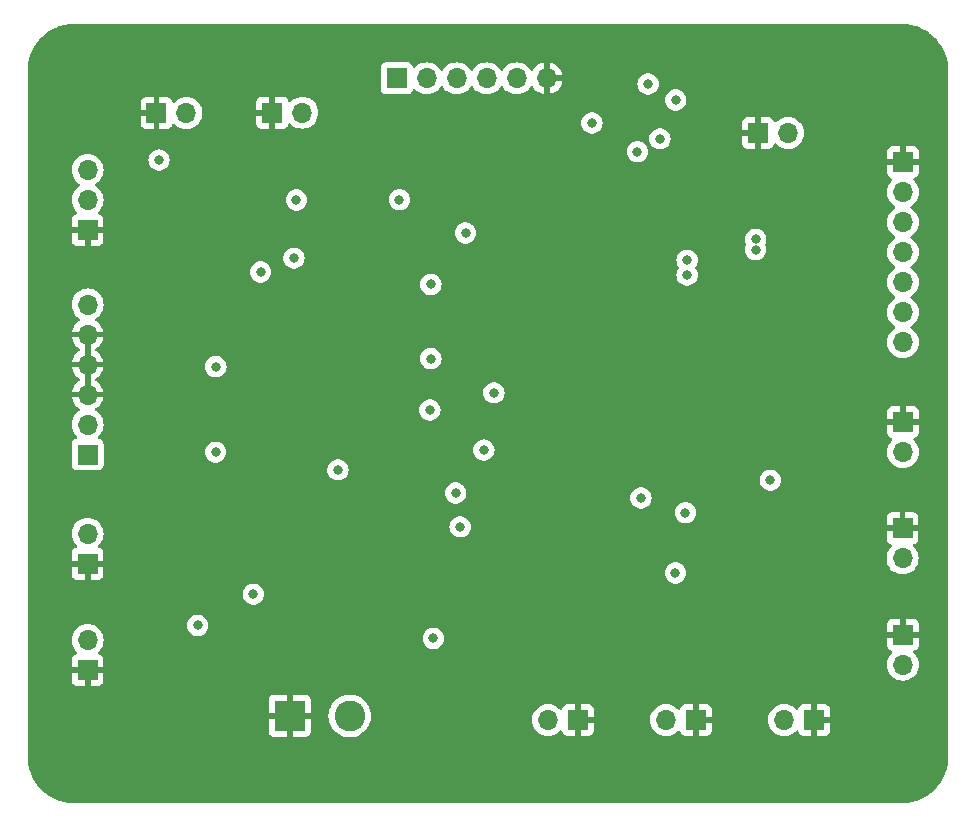
<source format=gbr>
%TF.GenerationSoftware,KiCad,Pcbnew,7.0.10*%
%TF.CreationDate,2024-03-09T05:04:33-09:00*%
%TF.ProjectId,SP_V.1.7.5_Board,53505f56-2e31-42e3-972e-355f426f6172,rev?*%
%TF.SameCoordinates,Original*%
%TF.FileFunction,Copper,L3,Inr*%
%TF.FilePolarity,Positive*%
%FSLAX46Y46*%
G04 Gerber Fmt 4.6, Leading zero omitted, Abs format (unit mm)*
G04 Created by KiCad (PCBNEW 7.0.10) date 2024-03-09 05:04:33*
%MOMM*%
%LPD*%
G01*
G04 APERTURE LIST*
%TA.AperFunction,ComponentPad*%
%ADD10R,1.700000X1.700000*%
%TD*%
%TA.AperFunction,ComponentPad*%
%ADD11O,1.700000X1.700000*%
%TD*%
%TA.AperFunction,ComponentPad*%
%ADD12R,2.600000X2.600000*%
%TD*%
%TA.AperFunction,ComponentPad*%
%ADD13C,2.600000*%
%TD*%
%TA.AperFunction,ViaPad*%
%ADD14C,0.800000*%
%TD*%
%TA.AperFunction,ViaPad*%
%ADD15C,5.600000*%
%TD*%
G04 APERTURE END LIST*
D10*
%TO.N,GND*%
%TO.C,J13*%
X176000000Y-65000000D03*
D11*
%TO.N,Steam boiler control*%
X176000000Y-67540000D03*
%TO.N,Water valve control*%
X176000000Y-70080000D03*
%TO.N,Fill valve control*%
X176000000Y-72620000D03*
%TO.N,Water pump control*%
X176000000Y-75160000D03*
%TO.N,Accessory 1*%
X176000000Y-77700000D03*
%TO.N,Accessory 2*%
X176000000Y-80240000D03*
%TD*%
D10*
%TO.N,GND*%
%TO.C,J1*%
X163750000Y-62520000D03*
D11*
%TO.N,Coffee boiler control*%
X166290000Y-62520000D03*
%TD*%
D10*
%TO.N,GND*%
%TO.C,J9*%
X112810000Y-60830000D03*
D11*
%TO.N,Group head thermistor*%
X115350000Y-60830000D03*
%TD*%
D10*
%TO.N,+3V3*%
%TO.C,J8*%
X133150000Y-57900000D03*
D11*
%TO.N,SPI_SCLK*%
X135690000Y-57900000D03*
%TO.N,SPI_CS*%
X138230000Y-57900000D03*
%TO.N,SPI_MOSI*%
X140770000Y-57900000D03*
%TO.N,SPI_MISO*%
X143310000Y-57900000D03*
%TO.N,GND*%
X145850000Y-57900000D03*
%TD*%
D10*
%TO.N,Tank level sensor*%
%TO.C,J6*%
X106975000Y-89750000D03*
D11*
%TO.N,Boiler level sensor*%
X106975000Y-87210000D03*
%TO.N,GND*%
X106975000Y-84670000D03*
X106975000Y-82130000D03*
X106975000Y-79590000D03*
%TO.N,Pressurestat*%
X106975000Y-77050000D03*
%TD*%
D10*
%TO.N,GND*%
%TO.C,J10*%
X106975000Y-70725000D03*
D11*
%TO.N,Dial potentiometer*%
X106975000Y-68185000D03*
%TO.N,+3V3*%
X106975000Y-65645000D03*
%TD*%
D10*
%TO.N,GND*%
%TO.C,J15*%
X175975000Y-96000000D03*
D11*
%TO.N,Net-(J15-Pin_2)*%
X175975000Y-98540000D03*
%TD*%
D10*
%TO.N,GND*%
%TO.C,J19*%
X176000000Y-105000000D03*
D11*
%TO.N,Net-(J19-Pin_2)*%
X176000000Y-107540000D03*
%TD*%
D10*
%TO.N,GND*%
%TO.C,J14*%
X122620000Y-60810000D03*
D11*
%TO.N,Water pressure sensor*%
X125160000Y-60810000D03*
%TD*%
D10*
%TO.N,GND*%
%TO.C,J16*%
X106975000Y-99000000D03*
D11*
%TO.N,Pump control*%
X106975000Y-96460000D03*
%TD*%
D10*
%TO.N,GND*%
%TO.C,J2*%
X158500000Y-112225000D03*
D11*
%TO.N,Net-(J2-Pin_2)*%
X155960000Y-112225000D03*
%TD*%
D10*
%TO.N,GND*%
%TO.C,J3*%
X148500000Y-112225000D03*
D11*
%TO.N,Net-(J3-Pin_2)*%
X145960000Y-112225000D03*
%TD*%
D12*
%TO.N,GND*%
%TO.C,J12*%
X124100000Y-111875000D03*
D13*
%TO.N,5V_IN*%
X129180000Y-111875000D03*
%TD*%
D10*
%TO.N,GND*%
%TO.C,J4*%
X176000000Y-87000000D03*
D11*
%TO.N,Net-(J4-Pin_2)*%
X176000000Y-89540000D03*
%TD*%
D10*
%TO.N,GND*%
%TO.C,J17*%
X106975000Y-108000000D03*
D11*
%TO.N,Tachometer*%
X106975000Y-105460000D03*
%TD*%
D10*
%TO.N,GND*%
%TO.C,J5*%
X168500000Y-112225000D03*
D11*
%TO.N,Brew button*%
X165960000Y-112225000D03*
%TD*%
D14*
%TO.N,5V_IN*%
X163540000Y-72400000D03*
X163550000Y-71530000D03*
%TO.N,GND*%
X153260000Y-70910000D03*
X162400000Y-87260000D03*
X115295000Y-67027500D03*
X141340000Y-78590000D03*
X119350000Y-92800000D03*
X152680000Y-59730000D03*
D15*
X105875000Y-115275000D03*
D14*
X156750000Y-61675000D03*
X132570000Y-91010000D03*
D15*
X175875000Y-57275000D03*
D14*
X132580000Y-80730000D03*
X156625000Y-97225000D03*
X157570000Y-69592500D03*
X157640000Y-87260000D03*
D15*
X105875000Y-57275000D03*
D14*
X117830000Y-67020000D03*
X135670000Y-65760000D03*
X120375000Y-67027500D03*
X136250000Y-101675000D03*
X162375000Y-90275000D03*
X163520000Y-68070000D03*
X136395000Y-107425000D03*
X117800000Y-104200000D03*
X162400000Y-75830000D03*
D15*
X175875000Y-115275000D03*
D14*
X115085000Y-89530000D03*
X119240000Y-77000000D03*
X121000000Y-98675000D03*
X133375000Y-98675000D03*
X146710000Y-93610000D03*
X116555000Y-74277500D03*
X119105000Y-74297500D03*
X154275000Y-104000000D03*
X115095000Y-82300000D03*
%TO.N,+3V3*%
X117835000Y-82310000D03*
X164775000Y-91925000D03*
X136250000Y-105320000D03*
X116300000Y-104225000D03*
X157740000Y-74570000D03*
X156750000Y-99775000D03*
X138150000Y-93000000D03*
X157740000Y-73300000D03*
X133380000Y-68180000D03*
X117825000Y-89550000D03*
X121000000Y-101575000D03*
X121635000Y-74287500D03*
X155430000Y-63020000D03*
X113025000Y-64825000D03*
X138525000Y-95875000D03*
X154430000Y-58380000D03*
X156775000Y-59725000D03*
%TO.N,I2C_SDA*%
X136040000Y-81630000D03*
X136040000Y-75350000D03*
X141375000Y-84525000D03*
X157600000Y-94675000D03*
X153525000Y-64115000D03*
X124450000Y-73125000D03*
%TO.N,I2C_SCL*%
X149675000Y-61675000D03*
X140525000Y-89375000D03*
X138975000Y-71000000D03*
X124650000Y-68200000D03*
X135952500Y-85975000D03*
X153825000Y-93425000D03*
%TO.N,Tachometer*%
X128175000Y-91050000D03*
%TD*%
%TA.AperFunction,Conductor*%
%TO.N,GND*%
G36*
X107225000Y-84234498D02*
G01*
X107117315Y-84185320D01*
X107010763Y-84170000D01*
X106939237Y-84170000D01*
X106832685Y-84185320D01*
X106725000Y-84234498D01*
X106725000Y-82565501D01*
X106832685Y-82614680D01*
X106939237Y-82630000D01*
X107010763Y-82630000D01*
X107117315Y-82614680D01*
X107225000Y-82565501D01*
X107225000Y-84234498D01*
G37*
%TD.AperFunction*%
%TA.AperFunction,Conductor*%
G36*
X107225000Y-81694498D02*
G01*
X107117315Y-81645320D01*
X107010763Y-81630000D01*
X106939237Y-81630000D01*
X106832685Y-81645320D01*
X106725000Y-81694498D01*
X106725000Y-80025501D01*
X106832685Y-80074680D01*
X106939237Y-80090000D01*
X107010763Y-80090000D01*
X107117315Y-80074680D01*
X107225000Y-80025501D01*
X107225000Y-81694498D01*
G37*
%TD.AperFunction*%
%TA.AperFunction,Conductor*%
G36*
X176517047Y-53331342D02*
G01*
X176622253Y-53346947D01*
X176632426Y-53348895D01*
X176813579Y-53391502D01*
X176815026Y-53391853D01*
X176992874Y-53436401D01*
X177002091Y-53439096D01*
X177179478Y-53498550D01*
X177181618Y-53499292D01*
X177353220Y-53560692D01*
X177361519Y-53564004D01*
X177532980Y-53639712D01*
X177535909Y-53641051D01*
X177622263Y-53681892D01*
X177700119Y-53718715D01*
X177707411Y-53722465D01*
X177804135Y-53776341D01*
X177871435Y-53813827D01*
X177874810Y-53815777D01*
X178030371Y-53909017D01*
X178036670Y-53913058D01*
X178191699Y-54019256D01*
X178195459Y-54021935D01*
X178341009Y-54129882D01*
X178346305Y-54134040D01*
X178491009Y-54254200D01*
X178494947Y-54257617D01*
X178629206Y-54379303D01*
X178633590Y-54383478D01*
X178766520Y-54516408D01*
X178770698Y-54520795D01*
X178892375Y-54655045D01*
X178895805Y-54658998D01*
X179015951Y-54803684D01*
X179020124Y-54809000D01*
X179128041Y-54954509D01*
X179130742Y-54958299D01*
X179236940Y-55113328D01*
X179240999Y-55119656D01*
X179334200Y-55275153D01*
X179336171Y-55278563D01*
X179427525Y-55442573D01*
X179431291Y-55449896D01*
X179508947Y-55614089D01*
X179510286Y-55617018D01*
X179585994Y-55788479D01*
X179589311Y-55796791D01*
X179650666Y-55968265D01*
X179651487Y-55970634D01*
X179710894Y-56147881D01*
X179713606Y-56157157D01*
X179758104Y-56334803D01*
X179758526Y-56336543D01*
X179801101Y-56517562D01*
X179803053Y-56527757D01*
X179818658Y-56632952D01*
X179820000Y-56651147D01*
X179820000Y-115898851D01*
X179818658Y-115917046D01*
X179803053Y-116022241D01*
X179801101Y-116032436D01*
X179758526Y-116213455D01*
X179758104Y-116215195D01*
X179713606Y-116392841D01*
X179710894Y-116402117D01*
X179651487Y-116579364D01*
X179650666Y-116581733D01*
X179589311Y-116753207D01*
X179585994Y-116761519D01*
X179510286Y-116932980D01*
X179508947Y-116935909D01*
X179431291Y-117100102D01*
X179427525Y-117107425D01*
X179336171Y-117271435D01*
X179334200Y-117274845D01*
X179240999Y-117430342D01*
X179236940Y-117436670D01*
X179130742Y-117591699D01*
X179128041Y-117595489D01*
X179020135Y-117740984D01*
X179015935Y-117746334D01*
X178895851Y-117890947D01*
X178892331Y-117895004D01*
X178770717Y-118029183D01*
X178766520Y-118033590D01*
X178633590Y-118166520D01*
X178629183Y-118170717D01*
X178495004Y-118292331D01*
X178490947Y-118295851D01*
X178346334Y-118415935D01*
X178340984Y-118420135D01*
X178195489Y-118528041D01*
X178191699Y-118530742D01*
X178036670Y-118636940D01*
X178030342Y-118640999D01*
X177874845Y-118734200D01*
X177871435Y-118736171D01*
X177707425Y-118827525D01*
X177700102Y-118831291D01*
X177535909Y-118908947D01*
X177532980Y-118910286D01*
X177361519Y-118985994D01*
X177353207Y-118989311D01*
X177181733Y-119050666D01*
X177179364Y-119051487D01*
X177002117Y-119110894D01*
X176992841Y-119113606D01*
X176815195Y-119158104D01*
X176813455Y-119158526D01*
X176632436Y-119201101D01*
X176622242Y-119203053D01*
X176534297Y-119216099D01*
X176517046Y-119218658D01*
X176498852Y-119220000D01*
X105251148Y-119220000D01*
X105232953Y-119218658D01*
X105127757Y-119203053D01*
X105117562Y-119201101D01*
X104936543Y-119158526D01*
X104934803Y-119158104D01*
X104757157Y-119113606D01*
X104747881Y-119110894D01*
X104570634Y-119051487D01*
X104568265Y-119050666D01*
X104396791Y-118989311D01*
X104388479Y-118985994D01*
X104217018Y-118910286D01*
X104214089Y-118908947D01*
X104049896Y-118831291D01*
X104042573Y-118827525D01*
X103878563Y-118736171D01*
X103875153Y-118734200D01*
X103855648Y-118722509D01*
X103719645Y-118640992D01*
X103713328Y-118636940D01*
X103558299Y-118530742D01*
X103554509Y-118528041D01*
X103409000Y-118420124D01*
X103403684Y-118415951D01*
X103258998Y-118295805D01*
X103255045Y-118292375D01*
X103120795Y-118170698D01*
X103116408Y-118166520D01*
X102983478Y-118033590D01*
X102979303Y-118029206D01*
X102857617Y-117894947D01*
X102854200Y-117891009D01*
X102734040Y-117746305D01*
X102729882Y-117741009D01*
X102621935Y-117595459D01*
X102619256Y-117591699D01*
X102513058Y-117436670D01*
X102509017Y-117430371D01*
X102415777Y-117274810D01*
X102413827Y-117271435D01*
X102387261Y-117223740D01*
X102322465Y-117107411D01*
X102318715Y-117100119D01*
X102281892Y-117022263D01*
X102241051Y-116935909D01*
X102239712Y-116932980D01*
X102164004Y-116761519D01*
X102160692Y-116753220D01*
X102099292Y-116581618D01*
X102098550Y-116579478D01*
X102039096Y-116402091D01*
X102036401Y-116392874D01*
X101991853Y-116215026D01*
X101991502Y-116213579D01*
X101948895Y-116032426D01*
X101946946Y-116022241D01*
X101931342Y-115917046D01*
X101930000Y-115898853D01*
X101930000Y-113222844D01*
X122300000Y-113222844D01*
X122306401Y-113282372D01*
X122306403Y-113282379D01*
X122356645Y-113417086D01*
X122356649Y-113417093D01*
X122442809Y-113532187D01*
X122442812Y-113532190D01*
X122557906Y-113618350D01*
X122557913Y-113618354D01*
X122692620Y-113668596D01*
X122692627Y-113668598D01*
X122752155Y-113674999D01*
X122752172Y-113675000D01*
X123850000Y-113675000D01*
X123850000Y-112479310D01*
X123858817Y-112484158D01*
X124017886Y-112525000D01*
X124140894Y-112525000D01*
X124262933Y-112509583D01*
X124350000Y-112475110D01*
X124350000Y-113675000D01*
X125447828Y-113675000D01*
X125447844Y-113674999D01*
X125507372Y-113668598D01*
X125507379Y-113668596D01*
X125642086Y-113618354D01*
X125642093Y-113618350D01*
X125757187Y-113532190D01*
X125757190Y-113532187D01*
X125843350Y-113417093D01*
X125843354Y-113417086D01*
X125893596Y-113282379D01*
X125893598Y-113282372D01*
X125899999Y-113222844D01*
X125900000Y-113222827D01*
X125900000Y-112125000D01*
X124700728Y-112125000D01*
X124723100Y-112077457D01*
X124753873Y-111916138D01*
X124751285Y-111875004D01*
X127374451Y-111875004D01*
X127394616Y-112144101D01*
X127454664Y-112407188D01*
X127454666Y-112407195D01*
X127500901Y-112525000D01*
X127553257Y-112658398D01*
X127688185Y-112892102D01*
X127696744Y-112902834D01*
X127856442Y-113103089D01*
X128029318Y-113263493D01*
X128054259Y-113286635D01*
X128277226Y-113438651D01*
X128520359Y-113555738D01*
X128778228Y-113635280D01*
X128778229Y-113635280D01*
X128778232Y-113635281D01*
X129045063Y-113675499D01*
X129045068Y-113675499D01*
X129045071Y-113675500D01*
X129045072Y-113675500D01*
X129314928Y-113675500D01*
X129314929Y-113675500D01*
X129314936Y-113675499D01*
X129581767Y-113635281D01*
X129581768Y-113635280D01*
X129581772Y-113635280D01*
X129839641Y-113555738D01*
X130082775Y-113438651D01*
X130305741Y-113286635D01*
X130503561Y-113103085D01*
X130671815Y-112892102D01*
X130806743Y-112658398D01*
X130905334Y-112407195D01*
X130946919Y-112225000D01*
X144604341Y-112225000D01*
X144624936Y-112460403D01*
X144624938Y-112460413D01*
X144686094Y-112688655D01*
X144686096Y-112688659D01*
X144686097Y-112688663D01*
X144780962Y-112892101D01*
X144785965Y-112902830D01*
X144785967Y-112902834D01*
X144894281Y-113057521D01*
X144921505Y-113096401D01*
X145088599Y-113263495D01*
X145165135Y-113317086D01*
X145282165Y-113399032D01*
X145282167Y-113399033D01*
X145282170Y-113399035D01*
X145496337Y-113498903D01*
X145724592Y-113560063D01*
X145895319Y-113575000D01*
X145959999Y-113580659D01*
X145960000Y-113580659D01*
X145960001Y-113580659D01*
X146024681Y-113575000D01*
X146195408Y-113560063D01*
X146423663Y-113498903D01*
X146637830Y-113399035D01*
X146831401Y-113263495D01*
X146953717Y-113141178D01*
X147015036Y-113107696D01*
X147084728Y-113112680D01*
X147140662Y-113154551D01*
X147157577Y-113185528D01*
X147206646Y-113317088D01*
X147206649Y-113317093D01*
X147292809Y-113432187D01*
X147292812Y-113432190D01*
X147407906Y-113518350D01*
X147407913Y-113518354D01*
X147542620Y-113568596D01*
X147542627Y-113568598D01*
X147602155Y-113574999D01*
X147602172Y-113575000D01*
X148250000Y-113575000D01*
X148250000Y-112660501D01*
X148357685Y-112709680D01*
X148464237Y-112725000D01*
X148535763Y-112725000D01*
X148642315Y-112709680D01*
X148750000Y-112660501D01*
X148750000Y-113575000D01*
X149397828Y-113575000D01*
X149397844Y-113574999D01*
X149457372Y-113568598D01*
X149457379Y-113568596D01*
X149592086Y-113518354D01*
X149592093Y-113518350D01*
X149707187Y-113432190D01*
X149707190Y-113432187D01*
X149793350Y-113317093D01*
X149793354Y-113317086D01*
X149843596Y-113182379D01*
X149843598Y-113182372D01*
X149849999Y-113122844D01*
X149850000Y-113122827D01*
X149850000Y-112475000D01*
X148933686Y-112475000D01*
X148959493Y-112434844D01*
X149000000Y-112296889D01*
X149000000Y-112225000D01*
X154604341Y-112225000D01*
X154624936Y-112460403D01*
X154624938Y-112460413D01*
X154686094Y-112688655D01*
X154686096Y-112688659D01*
X154686097Y-112688663D01*
X154780962Y-112892101D01*
X154785965Y-112902830D01*
X154785967Y-112902834D01*
X154894281Y-113057521D01*
X154921505Y-113096401D01*
X155088599Y-113263495D01*
X155165135Y-113317086D01*
X155282165Y-113399032D01*
X155282167Y-113399033D01*
X155282170Y-113399035D01*
X155496337Y-113498903D01*
X155724592Y-113560063D01*
X155895319Y-113575000D01*
X155959999Y-113580659D01*
X155960000Y-113580659D01*
X155960001Y-113580659D01*
X156024681Y-113575000D01*
X156195408Y-113560063D01*
X156423663Y-113498903D01*
X156637830Y-113399035D01*
X156831401Y-113263495D01*
X156953717Y-113141178D01*
X157015036Y-113107696D01*
X157084728Y-113112680D01*
X157140662Y-113154551D01*
X157157577Y-113185528D01*
X157206646Y-113317088D01*
X157206649Y-113317093D01*
X157292809Y-113432187D01*
X157292812Y-113432190D01*
X157407906Y-113518350D01*
X157407913Y-113518354D01*
X157542620Y-113568596D01*
X157542627Y-113568598D01*
X157602155Y-113574999D01*
X157602172Y-113575000D01*
X158250000Y-113575000D01*
X158250000Y-112660501D01*
X158357685Y-112709680D01*
X158464237Y-112725000D01*
X158535763Y-112725000D01*
X158642315Y-112709680D01*
X158750000Y-112660501D01*
X158750000Y-113575000D01*
X159397828Y-113575000D01*
X159397844Y-113574999D01*
X159457372Y-113568598D01*
X159457379Y-113568596D01*
X159592086Y-113518354D01*
X159592093Y-113518350D01*
X159707187Y-113432190D01*
X159707190Y-113432187D01*
X159793350Y-113317093D01*
X159793354Y-113317086D01*
X159843596Y-113182379D01*
X159843598Y-113182372D01*
X159849999Y-113122844D01*
X159850000Y-113122827D01*
X159850000Y-112475000D01*
X158933686Y-112475000D01*
X158959493Y-112434844D01*
X159000000Y-112296889D01*
X159000000Y-112225000D01*
X164604341Y-112225000D01*
X164624936Y-112460403D01*
X164624938Y-112460413D01*
X164686094Y-112688655D01*
X164686096Y-112688659D01*
X164686097Y-112688663D01*
X164780962Y-112892101D01*
X164785965Y-112902830D01*
X164785967Y-112902834D01*
X164894281Y-113057521D01*
X164921505Y-113096401D01*
X165088599Y-113263495D01*
X165165135Y-113317086D01*
X165282165Y-113399032D01*
X165282167Y-113399033D01*
X165282170Y-113399035D01*
X165496337Y-113498903D01*
X165724592Y-113560063D01*
X165895319Y-113575000D01*
X165959999Y-113580659D01*
X165960000Y-113580659D01*
X165960001Y-113580659D01*
X166024681Y-113575000D01*
X166195408Y-113560063D01*
X166423663Y-113498903D01*
X166637830Y-113399035D01*
X166831401Y-113263495D01*
X166953717Y-113141178D01*
X167015036Y-113107696D01*
X167084728Y-113112680D01*
X167140662Y-113154551D01*
X167157577Y-113185528D01*
X167206646Y-113317088D01*
X167206649Y-113317093D01*
X167292809Y-113432187D01*
X167292812Y-113432190D01*
X167407906Y-113518350D01*
X167407913Y-113518354D01*
X167542620Y-113568596D01*
X167542627Y-113568598D01*
X167602155Y-113574999D01*
X167602172Y-113575000D01*
X168250000Y-113575000D01*
X168250000Y-112660501D01*
X168357685Y-112709680D01*
X168464237Y-112725000D01*
X168535763Y-112725000D01*
X168642315Y-112709680D01*
X168750000Y-112660501D01*
X168750000Y-113575000D01*
X169397828Y-113575000D01*
X169397844Y-113574999D01*
X169457372Y-113568598D01*
X169457379Y-113568596D01*
X169592086Y-113518354D01*
X169592093Y-113518350D01*
X169707187Y-113432190D01*
X169707190Y-113432187D01*
X169793350Y-113317093D01*
X169793354Y-113317086D01*
X169843596Y-113182379D01*
X169843598Y-113182372D01*
X169849999Y-113122844D01*
X169850000Y-113122827D01*
X169850000Y-112475000D01*
X168933686Y-112475000D01*
X168959493Y-112434844D01*
X169000000Y-112296889D01*
X169000000Y-112153111D01*
X168959493Y-112015156D01*
X168933686Y-111975000D01*
X169850000Y-111975000D01*
X169850000Y-111327172D01*
X169849999Y-111327155D01*
X169843598Y-111267627D01*
X169843596Y-111267620D01*
X169793354Y-111132913D01*
X169793350Y-111132906D01*
X169707190Y-111017812D01*
X169707187Y-111017809D01*
X169592093Y-110931649D01*
X169592086Y-110931645D01*
X169457379Y-110881403D01*
X169457372Y-110881401D01*
X169397844Y-110875000D01*
X168750000Y-110875000D01*
X168750000Y-111789498D01*
X168642315Y-111740320D01*
X168535763Y-111725000D01*
X168464237Y-111725000D01*
X168357685Y-111740320D01*
X168250000Y-111789498D01*
X168250000Y-110875000D01*
X167602155Y-110875000D01*
X167542627Y-110881401D01*
X167542620Y-110881403D01*
X167407913Y-110931645D01*
X167407906Y-110931649D01*
X167292812Y-111017809D01*
X167292809Y-111017812D01*
X167206649Y-111132906D01*
X167206645Y-111132913D01*
X167157578Y-111264470D01*
X167115707Y-111320404D01*
X167050242Y-111344821D01*
X166981969Y-111329969D01*
X166953715Y-111308819D01*
X166909366Y-111264470D01*
X166831401Y-111186505D01*
X166831397Y-111186502D01*
X166831396Y-111186501D01*
X166637834Y-111050967D01*
X166637830Y-111050965D01*
X166566727Y-111017809D01*
X166423663Y-110951097D01*
X166423659Y-110951096D01*
X166423655Y-110951094D01*
X166195413Y-110889938D01*
X166195403Y-110889936D01*
X165960001Y-110869341D01*
X165959999Y-110869341D01*
X165724596Y-110889936D01*
X165724586Y-110889938D01*
X165496344Y-110951094D01*
X165496335Y-110951098D01*
X165282171Y-111050964D01*
X165282169Y-111050965D01*
X165088597Y-111186505D01*
X164921505Y-111353597D01*
X164785965Y-111547169D01*
X164785964Y-111547171D01*
X164686098Y-111761335D01*
X164686094Y-111761344D01*
X164624938Y-111989586D01*
X164624936Y-111989596D01*
X164604341Y-112224999D01*
X164604341Y-112225000D01*
X159000000Y-112225000D01*
X159000000Y-112153111D01*
X158959493Y-112015156D01*
X158933686Y-111975000D01*
X159850000Y-111975000D01*
X159850000Y-111327172D01*
X159849999Y-111327155D01*
X159843598Y-111267627D01*
X159843596Y-111267620D01*
X159793354Y-111132913D01*
X159793350Y-111132906D01*
X159707190Y-111017812D01*
X159707187Y-111017809D01*
X159592093Y-110931649D01*
X159592086Y-110931645D01*
X159457379Y-110881403D01*
X159457372Y-110881401D01*
X159397844Y-110875000D01*
X158750000Y-110875000D01*
X158750000Y-111789498D01*
X158642315Y-111740320D01*
X158535763Y-111725000D01*
X158464237Y-111725000D01*
X158357685Y-111740320D01*
X158250000Y-111789498D01*
X158250000Y-110875000D01*
X157602155Y-110875000D01*
X157542627Y-110881401D01*
X157542620Y-110881403D01*
X157407913Y-110931645D01*
X157407906Y-110931649D01*
X157292812Y-111017809D01*
X157292809Y-111017812D01*
X157206649Y-111132906D01*
X157206645Y-111132913D01*
X157157578Y-111264470D01*
X157115707Y-111320404D01*
X157050242Y-111344821D01*
X156981969Y-111329969D01*
X156953715Y-111308819D01*
X156909366Y-111264470D01*
X156831401Y-111186505D01*
X156831397Y-111186502D01*
X156831396Y-111186501D01*
X156637834Y-111050967D01*
X156637830Y-111050965D01*
X156566727Y-111017809D01*
X156423663Y-110951097D01*
X156423659Y-110951096D01*
X156423655Y-110951094D01*
X156195413Y-110889938D01*
X156195403Y-110889936D01*
X155960001Y-110869341D01*
X155959999Y-110869341D01*
X155724596Y-110889936D01*
X155724586Y-110889938D01*
X155496344Y-110951094D01*
X155496335Y-110951098D01*
X155282171Y-111050964D01*
X155282169Y-111050965D01*
X155088597Y-111186505D01*
X154921505Y-111353597D01*
X154785965Y-111547169D01*
X154785964Y-111547171D01*
X154686098Y-111761335D01*
X154686094Y-111761344D01*
X154624938Y-111989586D01*
X154624936Y-111989596D01*
X154604341Y-112224999D01*
X154604341Y-112225000D01*
X149000000Y-112225000D01*
X149000000Y-112153111D01*
X148959493Y-112015156D01*
X148933686Y-111975000D01*
X149850000Y-111975000D01*
X149850000Y-111327172D01*
X149849999Y-111327155D01*
X149843598Y-111267627D01*
X149843596Y-111267620D01*
X149793354Y-111132913D01*
X149793350Y-111132906D01*
X149707190Y-111017812D01*
X149707187Y-111017809D01*
X149592093Y-110931649D01*
X149592086Y-110931645D01*
X149457379Y-110881403D01*
X149457372Y-110881401D01*
X149397844Y-110875000D01*
X148750000Y-110875000D01*
X148750000Y-111789498D01*
X148642315Y-111740320D01*
X148535763Y-111725000D01*
X148464237Y-111725000D01*
X148357685Y-111740320D01*
X148250000Y-111789498D01*
X148250000Y-110875000D01*
X147602155Y-110875000D01*
X147542627Y-110881401D01*
X147542620Y-110881403D01*
X147407913Y-110931645D01*
X147407906Y-110931649D01*
X147292812Y-111017809D01*
X147292809Y-111017812D01*
X147206649Y-111132906D01*
X147206645Y-111132913D01*
X147157578Y-111264470D01*
X147115707Y-111320404D01*
X147050242Y-111344821D01*
X146981969Y-111329969D01*
X146953715Y-111308819D01*
X146909366Y-111264470D01*
X146831401Y-111186505D01*
X146831397Y-111186502D01*
X146831396Y-111186501D01*
X146637834Y-111050967D01*
X146637830Y-111050965D01*
X146566727Y-111017809D01*
X146423663Y-110951097D01*
X146423659Y-110951096D01*
X146423655Y-110951094D01*
X146195413Y-110889938D01*
X146195403Y-110889936D01*
X145960001Y-110869341D01*
X145959999Y-110869341D01*
X145724596Y-110889936D01*
X145724586Y-110889938D01*
X145496344Y-110951094D01*
X145496335Y-110951098D01*
X145282171Y-111050964D01*
X145282169Y-111050965D01*
X145088597Y-111186505D01*
X144921505Y-111353597D01*
X144785965Y-111547169D01*
X144785964Y-111547171D01*
X144686098Y-111761335D01*
X144686094Y-111761344D01*
X144624938Y-111989586D01*
X144624936Y-111989596D01*
X144604341Y-112224999D01*
X144604341Y-112225000D01*
X130946919Y-112225000D01*
X130965383Y-112144103D01*
X130976349Y-111997766D01*
X130985549Y-111875004D01*
X130985549Y-111874995D01*
X130968744Y-111650747D01*
X130965383Y-111605897D01*
X130905334Y-111342805D01*
X130806743Y-111091602D01*
X130671815Y-110857898D01*
X130503561Y-110646915D01*
X130503560Y-110646914D01*
X130503557Y-110646910D01*
X130305741Y-110463365D01*
X130082775Y-110311349D01*
X130082769Y-110311346D01*
X130082768Y-110311345D01*
X130082767Y-110311344D01*
X129839643Y-110194263D01*
X129839645Y-110194263D01*
X129581773Y-110114720D01*
X129581767Y-110114718D01*
X129314936Y-110074500D01*
X129314929Y-110074500D01*
X129045071Y-110074500D01*
X129045063Y-110074500D01*
X128778232Y-110114718D01*
X128778226Y-110114720D01*
X128520358Y-110194262D01*
X128277230Y-110311346D01*
X128054258Y-110463365D01*
X127856442Y-110646910D01*
X127688185Y-110857898D01*
X127553258Y-111091599D01*
X127553256Y-111091603D01*
X127454666Y-111342804D01*
X127454664Y-111342811D01*
X127394616Y-111605898D01*
X127374451Y-111874995D01*
X127374451Y-111875004D01*
X124751285Y-111875004D01*
X124743561Y-111752234D01*
X124702220Y-111625000D01*
X125900000Y-111625000D01*
X125900000Y-110527172D01*
X125899999Y-110527155D01*
X125893598Y-110467627D01*
X125893596Y-110467620D01*
X125843354Y-110332913D01*
X125843350Y-110332906D01*
X125757190Y-110217812D01*
X125757187Y-110217809D01*
X125642093Y-110131649D01*
X125642086Y-110131645D01*
X125507379Y-110081403D01*
X125507372Y-110081401D01*
X125447844Y-110075000D01*
X124350000Y-110075000D01*
X124350000Y-111270689D01*
X124341183Y-111265842D01*
X124182114Y-111225000D01*
X124059106Y-111225000D01*
X123937067Y-111240417D01*
X123850000Y-111274889D01*
X123850000Y-110075000D01*
X122752155Y-110075000D01*
X122692627Y-110081401D01*
X122692620Y-110081403D01*
X122557913Y-110131645D01*
X122557906Y-110131649D01*
X122442812Y-110217809D01*
X122442809Y-110217812D01*
X122356649Y-110332906D01*
X122356645Y-110332913D01*
X122306403Y-110467620D01*
X122306401Y-110467627D01*
X122300000Y-110527155D01*
X122300000Y-111625000D01*
X123499272Y-111625000D01*
X123476900Y-111672543D01*
X123446127Y-111833862D01*
X123456439Y-111997766D01*
X123497780Y-112125000D01*
X122300000Y-112125000D01*
X122300000Y-113222844D01*
X101930000Y-113222844D01*
X101930000Y-105460000D01*
X105619341Y-105460000D01*
X105639936Y-105695403D01*
X105639938Y-105695413D01*
X105701094Y-105923655D01*
X105701096Y-105923659D01*
X105701097Y-105923663D01*
X105785259Y-106104148D01*
X105800965Y-106137830D01*
X105800967Y-106137834D01*
X105909281Y-106292521D01*
X105936501Y-106331396D01*
X105936506Y-106331402D01*
X106058818Y-106453714D01*
X106092303Y-106515037D01*
X106087319Y-106584729D01*
X106045447Y-106640662D01*
X106014471Y-106657577D01*
X105882912Y-106706646D01*
X105882906Y-106706649D01*
X105767812Y-106792809D01*
X105767809Y-106792812D01*
X105681649Y-106907906D01*
X105681645Y-106907913D01*
X105631403Y-107042620D01*
X105631401Y-107042627D01*
X105625000Y-107102155D01*
X105625000Y-107750000D01*
X106541314Y-107750000D01*
X106515507Y-107790156D01*
X106475000Y-107928111D01*
X106475000Y-108071889D01*
X106515507Y-108209844D01*
X106541314Y-108250000D01*
X105625000Y-108250000D01*
X105625000Y-108897844D01*
X105631401Y-108957372D01*
X105631403Y-108957379D01*
X105681645Y-109092086D01*
X105681649Y-109092093D01*
X105767809Y-109207187D01*
X105767812Y-109207190D01*
X105882906Y-109293350D01*
X105882913Y-109293354D01*
X106017620Y-109343596D01*
X106017627Y-109343598D01*
X106077155Y-109349999D01*
X106077172Y-109350000D01*
X106725000Y-109350000D01*
X106725000Y-108435501D01*
X106832685Y-108484680D01*
X106939237Y-108500000D01*
X107010763Y-108500000D01*
X107117315Y-108484680D01*
X107225000Y-108435501D01*
X107225000Y-109350000D01*
X107872828Y-109350000D01*
X107872844Y-109349999D01*
X107932372Y-109343598D01*
X107932379Y-109343596D01*
X108067086Y-109293354D01*
X108067093Y-109293350D01*
X108182187Y-109207190D01*
X108182190Y-109207187D01*
X108268350Y-109092093D01*
X108268354Y-109092086D01*
X108318596Y-108957379D01*
X108318598Y-108957372D01*
X108324999Y-108897844D01*
X108325000Y-108897827D01*
X108325000Y-108250000D01*
X107408686Y-108250000D01*
X107434493Y-108209844D01*
X107475000Y-108071889D01*
X107475000Y-107928111D01*
X107434493Y-107790156D01*
X107408686Y-107750000D01*
X108325000Y-107750000D01*
X108325000Y-107540000D01*
X174644341Y-107540000D01*
X174664936Y-107775403D01*
X174664938Y-107775413D01*
X174726094Y-108003655D01*
X174726096Y-108003659D01*
X174726097Y-108003663D01*
X174822241Y-108209844D01*
X174825965Y-108217830D01*
X174825967Y-108217834D01*
X174905066Y-108330798D01*
X174961505Y-108411401D01*
X175128599Y-108578495D01*
X175225384Y-108646265D01*
X175322165Y-108714032D01*
X175322167Y-108714033D01*
X175322170Y-108714035D01*
X175536337Y-108813903D01*
X175764592Y-108875063D01*
X175952918Y-108891539D01*
X175999999Y-108895659D01*
X176000000Y-108895659D01*
X176000001Y-108895659D01*
X176039234Y-108892226D01*
X176235408Y-108875063D01*
X176463663Y-108813903D01*
X176677830Y-108714035D01*
X176871401Y-108578495D01*
X177038495Y-108411401D01*
X177174035Y-108217830D01*
X177273903Y-108003663D01*
X177335063Y-107775408D01*
X177355659Y-107540000D01*
X177335063Y-107304592D01*
X177273903Y-107076337D01*
X177174035Y-106862171D01*
X177125467Y-106792809D01*
X177038496Y-106668600D01*
X176985601Y-106615705D01*
X176916179Y-106546283D01*
X176882696Y-106484963D01*
X176887680Y-106415271D01*
X176929551Y-106359337D01*
X176960529Y-106342422D01*
X177092086Y-106293354D01*
X177092093Y-106293350D01*
X177207187Y-106207190D01*
X177207190Y-106207187D01*
X177293350Y-106092093D01*
X177293354Y-106092086D01*
X177343596Y-105957379D01*
X177343598Y-105957372D01*
X177349999Y-105897844D01*
X177350000Y-105897827D01*
X177350000Y-105250000D01*
X176433686Y-105250000D01*
X176459493Y-105209844D01*
X176500000Y-105071889D01*
X176500000Y-104928111D01*
X176459493Y-104790156D01*
X176433686Y-104750000D01*
X177350000Y-104750000D01*
X177350000Y-104102172D01*
X177349999Y-104102155D01*
X177343598Y-104042627D01*
X177343596Y-104042620D01*
X177293354Y-103907913D01*
X177293350Y-103907906D01*
X177207190Y-103792812D01*
X177207187Y-103792809D01*
X177092093Y-103706649D01*
X177092086Y-103706645D01*
X176957379Y-103656403D01*
X176957372Y-103656401D01*
X176897844Y-103650000D01*
X176250000Y-103650000D01*
X176250000Y-104564498D01*
X176142315Y-104515320D01*
X176035763Y-104500000D01*
X175964237Y-104500000D01*
X175857685Y-104515320D01*
X175750000Y-104564498D01*
X175750000Y-103650000D01*
X175102155Y-103650000D01*
X175042627Y-103656401D01*
X175042620Y-103656403D01*
X174907913Y-103706645D01*
X174907906Y-103706649D01*
X174792812Y-103792809D01*
X174792809Y-103792812D01*
X174706649Y-103907906D01*
X174706645Y-103907913D01*
X174656403Y-104042620D01*
X174656401Y-104042627D01*
X174650000Y-104102155D01*
X174650000Y-104750000D01*
X175566314Y-104750000D01*
X175540507Y-104790156D01*
X175500000Y-104928111D01*
X175500000Y-105071889D01*
X175540507Y-105209844D01*
X175566314Y-105250000D01*
X174650000Y-105250000D01*
X174650000Y-105897844D01*
X174656401Y-105957372D01*
X174656403Y-105957379D01*
X174706645Y-106092086D01*
X174706649Y-106092093D01*
X174792809Y-106207187D01*
X174792812Y-106207190D01*
X174907906Y-106293350D01*
X174907913Y-106293354D01*
X175039470Y-106342421D01*
X175095403Y-106384292D01*
X175119821Y-106449756D01*
X175104970Y-106518029D01*
X175083819Y-106546284D01*
X174961503Y-106668600D01*
X174825965Y-106862169D01*
X174825964Y-106862171D01*
X174726098Y-107076335D01*
X174726094Y-107076344D01*
X174664938Y-107304586D01*
X174664936Y-107304596D01*
X174644341Y-107539999D01*
X174644341Y-107540000D01*
X108325000Y-107540000D01*
X108325000Y-107102172D01*
X108324999Y-107102155D01*
X108318598Y-107042627D01*
X108318596Y-107042620D01*
X108268354Y-106907913D01*
X108268350Y-106907906D01*
X108182190Y-106792812D01*
X108182187Y-106792809D01*
X108067093Y-106706649D01*
X108067088Y-106706646D01*
X107935528Y-106657577D01*
X107879595Y-106615705D01*
X107855178Y-106550241D01*
X107870030Y-106481968D01*
X107891175Y-106453720D01*
X108013495Y-106331401D01*
X108149035Y-106137830D01*
X108248903Y-105923663D01*
X108310063Y-105695408D01*
X108330659Y-105460000D01*
X108318410Y-105320000D01*
X135344540Y-105320000D01*
X135364326Y-105508256D01*
X135364327Y-105508259D01*
X135422818Y-105688277D01*
X135422821Y-105688284D01*
X135517467Y-105852216D01*
X135644129Y-105992888D01*
X135797265Y-106104148D01*
X135797270Y-106104151D01*
X135970192Y-106181142D01*
X135970197Y-106181144D01*
X136155354Y-106220500D01*
X136155355Y-106220500D01*
X136344644Y-106220500D01*
X136344646Y-106220500D01*
X136529803Y-106181144D01*
X136702730Y-106104151D01*
X136855871Y-105992888D01*
X136982533Y-105852216D01*
X137077179Y-105688284D01*
X137135674Y-105508256D01*
X137155460Y-105320000D01*
X137135674Y-105131744D01*
X137077179Y-104951716D01*
X136982533Y-104787784D01*
X136855871Y-104647112D01*
X136855870Y-104647111D01*
X136702734Y-104535851D01*
X136702729Y-104535848D01*
X136529807Y-104458857D01*
X136529802Y-104458855D01*
X136384001Y-104427865D01*
X136344646Y-104419500D01*
X136155354Y-104419500D01*
X136122897Y-104426398D01*
X135970197Y-104458855D01*
X135970192Y-104458857D01*
X135797270Y-104535848D01*
X135797265Y-104535851D01*
X135644129Y-104647111D01*
X135517466Y-104787785D01*
X135422821Y-104951715D01*
X135422818Y-104951722D01*
X135364327Y-105131740D01*
X135364326Y-105131744D01*
X135344540Y-105320000D01*
X108318410Y-105320000D01*
X108310063Y-105224592D01*
X108263626Y-105051285D01*
X108248905Y-104996344D01*
X108248904Y-104996343D01*
X108248903Y-104996337D01*
X108149035Y-104782171D01*
X108131562Y-104757216D01*
X108013494Y-104588597D01*
X107846402Y-104421506D01*
X107846395Y-104421501D01*
X107843537Y-104419500D01*
X107807521Y-104394281D01*
X107652834Y-104285967D01*
X107652830Y-104285965D01*
X107652828Y-104285964D01*
X107522091Y-104225000D01*
X115394540Y-104225000D01*
X115414326Y-104413256D01*
X115414327Y-104413259D01*
X115472818Y-104593277D01*
X115472821Y-104593284D01*
X115567467Y-104757216D01*
X115694129Y-104897888D01*
X115847265Y-105009148D01*
X115847270Y-105009151D01*
X116020192Y-105086142D01*
X116020197Y-105086144D01*
X116205354Y-105125500D01*
X116205355Y-105125500D01*
X116394644Y-105125500D01*
X116394646Y-105125500D01*
X116579803Y-105086144D01*
X116752730Y-105009151D01*
X116905871Y-104897888D01*
X117032533Y-104757216D01*
X117127179Y-104593284D01*
X117185674Y-104413256D01*
X117205460Y-104225000D01*
X117185674Y-104036744D01*
X117127179Y-103856716D01*
X117032533Y-103692784D01*
X116905871Y-103552112D01*
X116905870Y-103552111D01*
X116752734Y-103440851D01*
X116752729Y-103440848D01*
X116579807Y-103363857D01*
X116579802Y-103363855D01*
X116434001Y-103332865D01*
X116394646Y-103324500D01*
X116205354Y-103324500D01*
X116172897Y-103331398D01*
X116020197Y-103363855D01*
X116020192Y-103363857D01*
X115847270Y-103440848D01*
X115847265Y-103440851D01*
X115694129Y-103552111D01*
X115567466Y-103692785D01*
X115472821Y-103856715D01*
X115472818Y-103856722D01*
X115414327Y-104036740D01*
X115414326Y-104036744D01*
X115394540Y-104225000D01*
X107522091Y-104225000D01*
X107438663Y-104186097D01*
X107438659Y-104186096D01*
X107438655Y-104186094D01*
X107210413Y-104124938D01*
X107210403Y-104124936D01*
X106975001Y-104104341D01*
X106974999Y-104104341D01*
X106739596Y-104124936D01*
X106739586Y-104124938D01*
X106511344Y-104186094D01*
X106511335Y-104186098D01*
X106297171Y-104285964D01*
X106297169Y-104285965D01*
X106103597Y-104421505D01*
X105936505Y-104588597D01*
X105800965Y-104782169D01*
X105800964Y-104782171D01*
X105701098Y-104996335D01*
X105701094Y-104996344D01*
X105639938Y-105224586D01*
X105639936Y-105224596D01*
X105619341Y-105459999D01*
X105619341Y-105460000D01*
X101930000Y-105460000D01*
X101930000Y-101575000D01*
X120094540Y-101575000D01*
X120114326Y-101763256D01*
X120114327Y-101763259D01*
X120172818Y-101943277D01*
X120172821Y-101943284D01*
X120267467Y-102107216D01*
X120394129Y-102247888D01*
X120547265Y-102359148D01*
X120547270Y-102359151D01*
X120720192Y-102436142D01*
X120720197Y-102436144D01*
X120905354Y-102475500D01*
X120905355Y-102475500D01*
X121094644Y-102475500D01*
X121094646Y-102475500D01*
X121279803Y-102436144D01*
X121452730Y-102359151D01*
X121605871Y-102247888D01*
X121732533Y-102107216D01*
X121827179Y-101943284D01*
X121885674Y-101763256D01*
X121905460Y-101575000D01*
X121885674Y-101386744D01*
X121827179Y-101206716D01*
X121732533Y-101042784D01*
X121605871Y-100902112D01*
X121605870Y-100902111D01*
X121452734Y-100790851D01*
X121452729Y-100790848D01*
X121279807Y-100713857D01*
X121279802Y-100713855D01*
X121134001Y-100682865D01*
X121094646Y-100674500D01*
X120905354Y-100674500D01*
X120872897Y-100681398D01*
X120720197Y-100713855D01*
X120720192Y-100713857D01*
X120547270Y-100790848D01*
X120547265Y-100790851D01*
X120394129Y-100902111D01*
X120267466Y-101042785D01*
X120172821Y-101206715D01*
X120172818Y-101206722D01*
X120114327Y-101386740D01*
X120114326Y-101386744D01*
X120094540Y-101575000D01*
X101930000Y-101575000D01*
X101930000Y-96460000D01*
X105619341Y-96460000D01*
X105639936Y-96695403D01*
X105639938Y-96695413D01*
X105701094Y-96923655D01*
X105701096Y-96923659D01*
X105701097Y-96923663D01*
X105800965Y-97137830D01*
X105800967Y-97137834D01*
X105909281Y-97292521D01*
X105936501Y-97331396D01*
X105936506Y-97331402D01*
X106058818Y-97453714D01*
X106092303Y-97515037D01*
X106087319Y-97584729D01*
X106045447Y-97640662D01*
X106014471Y-97657577D01*
X105882912Y-97706646D01*
X105882906Y-97706649D01*
X105767812Y-97792809D01*
X105767809Y-97792812D01*
X105681649Y-97907906D01*
X105681645Y-97907913D01*
X105631403Y-98042620D01*
X105631401Y-98042627D01*
X105625000Y-98102155D01*
X105625000Y-98750000D01*
X106541314Y-98750000D01*
X106515507Y-98790156D01*
X106475000Y-98928111D01*
X106475000Y-99071889D01*
X106515507Y-99209844D01*
X106541314Y-99250000D01*
X105625000Y-99250000D01*
X105625000Y-99897844D01*
X105631401Y-99957372D01*
X105631403Y-99957379D01*
X105681645Y-100092086D01*
X105681649Y-100092093D01*
X105767809Y-100207187D01*
X105767812Y-100207190D01*
X105882906Y-100293350D01*
X105882913Y-100293354D01*
X106017620Y-100343596D01*
X106017627Y-100343598D01*
X106077155Y-100349999D01*
X106077172Y-100350000D01*
X106725000Y-100350000D01*
X106725000Y-99435501D01*
X106832685Y-99484680D01*
X106939237Y-99500000D01*
X107010763Y-99500000D01*
X107117315Y-99484680D01*
X107225000Y-99435501D01*
X107225000Y-100350000D01*
X107872828Y-100350000D01*
X107872844Y-100349999D01*
X107932372Y-100343598D01*
X107932379Y-100343596D01*
X108067086Y-100293354D01*
X108067093Y-100293350D01*
X108182187Y-100207190D01*
X108182190Y-100207187D01*
X108268350Y-100092093D01*
X108268354Y-100092086D01*
X108318596Y-99957379D01*
X108318598Y-99957372D01*
X108324999Y-99897844D01*
X108325000Y-99897827D01*
X108325000Y-99775000D01*
X155844540Y-99775000D01*
X155864326Y-99963256D01*
X155864327Y-99963259D01*
X155922818Y-100143277D01*
X155922821Y-100143284D01*
X156017467Y-100307216D01*
X156144129Y-100447888D01*
X156297265Y-100559148D01*
X156297270Y-100559151D01*
X156470192Y-100636142D01*
X156470197Y-100636144D01*
X156655354Y-100675500D01*
X156655355Y-100675500D01*
X156844644Y-100675500D01*
X156844646Y-100675500D01*
X157029803Y-100636144D01*
X157202730Y-100559151D01*
X157355871Y-100447888D01*
X157482533Y-100307216D01*
X157577179Y-100143284D01*
X157635674Y-99963256D01*
X157655460Y-99775000D01*
X157635674Y-99586744D01*
X157577179Y-99406716D01*
X157482533Y-99242784D01*
X157355871Y-99102112D01*
X157355870Y-99102111D01*
X157202734Y-98990851D01*
X157202729Y-98990848D01*
X157029807Y-98913857D01*
X157029802Y-98913855D01*
X156884001Y-98882865D01*
X156844646Y-98874500D01*
X156655354Y-98874500D01*
X156622897Y-98881398D01*
X156470197Y-98913855D01*
X156470192Y-98913857D01*
X156297270Y-98990848D01*
X156297265Y-98990851D01*
X156144129Y-99102111D01*
X156017466Y-99242785D01*
X155922821Y-99406715D01*
X155922818Y-99406722D01*
X155867007Y-99578493D01*
X155864326Y-99586744D01*
X155844540Y-99775000D01*
X108325000Y-99775000D01*
X108325000Y-99250000D01*
X107408686Y-99250000D01*
X107434493Y-99209844D01*
X107475000Y-99071889D01*
X107475000Y-98928111D01*
X107434493Y-98790156D01*
X107408686Y-98750000D01*
X108325000Y-98750000D01*
X108325000Y-98540000D01*
X174619341Y-98540000D01*
X174639936Y-98775403D01*
X174639938Y-98775413D01*
X174701094Y-99003655D01*
X174701096Y-99003659D01*
X174701097Y-99003663D01*
X174747004Y-99102111D01*
X174800965Y-99217830D01*
X174800967Y-99217834D01*
X174880066Y-99330798D01*
X174936505Y-99411401D01*
X175103599Y-99578495D01*
X175115380Y-99586744D01*
X175297165Y-99714032D01*
X175297167Y-99714033D01*
X175297170Y-99714035D01*
X175511337Y-99813903D01*
X175739592Y-99875063D01*
X175927918Y-99891539D01*
X175974999Y-99895659D01*
X175975000Y-99895659D01*
X175975001Y-99895659D01*
X176014234Y-99892226D01*
X176210408Y-99875063D01*
X176438663Y-99813903D01*
X176652830Y-99714035D01*
X176846401Y-99578495D01*
X177013495Y-99411401D01*
X177149035Y-99217830D01*
X177248903Y-99003663D01*
X177310063Y-98775408D01*
X177330659Y-98540000D01*
X177310063Y-98304592D01*
X177248903Y-98076337D01*
X177149035Y-97862171D01*
X177100467Y-97792809D01*
X177013496Y-97668600D01*
X176960601Y-97615705D01*
X176891179Y-97546283D01*
X176857696Y-97484963D01*
X176862680Y-97415271D01*
X176904551Y-97359337D01*
X176935529Y-97342422D01*
X177067086Y-97293354D01*
X177067093Y-97293350D01*
X177182187Y-97207190D01*
X177182190Y-97207187D01*
X177268350Y-97092093D01*
X177268354Y-97092086D01*
X177318596Y-96957379D01*
X177318598Y-96957372D01*
X177324999Y-96897844D01*
X177325000Y-96897827D01*
X177325000Y-96250000D01*
X176408686Y-96250000D01*
X176434493Y-96209844D01*
X176475000Y-96071889D01*
X176475000Y-95928111D01*
X176434493Y-95790156D01*
X176408686Y-95750000D01*
X177325000Y-95750000D01*
X177325000Y-95102172D01*
X177324999Y-95102155D01*
X177318598Y-95042627D01*
X177318596Y-95042620D01*
X177268354Y-94907913D01*
X177268350Y-94907906D01*
X177182190Y-94792812D01*
X177182187Y-94792809D01*
X177067093Y-94706649D01*
X177067086Y-94706645D01*
X176932379Y-94656403D01*
X176932372Y-94656401D01*
X176872844Y-94650000D01*
X176225000Y-94650000D01*
X176225000Y-95564498D01*
X176117315Y-95515320D01*
X176010763Y-95500000D01*
X175939237Y-95500000D01*
X175832685Y-95515320D01*
X175725000Y-95564498D01*
X175725000Y-94650000D01*
X175077155Y-94650000D01*
X175017627Y-94656401D01*
X175017620Y-94656403D01*
X174882913Y-94706645D01*
X174882906Y-94706649D01*
X174767812Y-94792809D01*
X174767809Y-94792812D01*
X174681649Y-94907906D01*
X174681645Y-94907913D01*
X174631403Y-95042620D01*
X174631401Y-95042627D01*
X174625000Y-95102155D01*
X174625000Y-95750000D01*
X175541314Y-95750000D01*
X175515507Y-95790156D01*
X175475000Y-95928111D01*
X175475000Y-96071889D01*
X175515507Y-96209844D01*
X175541314Y-96250000D01*
X174625000Y-96250000D01*
X174625000Y-96897844D01*
X174631401Y-96957372D01*
X174631403Y-96957379D01*
X174681645Y-97092086D01*
X174681649Y-97092093D01*
X174767809Y-97207187D01*
X174767812Y-97207190D01*
X174882906Y-97293350D01*
X174882913Y-97293354D01*
X175014470Y-97342421D01*
X175070403Y-97384292D01*
X175094821Y-97449756D01*
X175079970Y-97518029D01*
X175058819Y-97546284D01*
X174936503Y-97668600D01*
X174800965Y-97862169D01*
X174800964Y-97862171D01*
X174701098Y-98076335D01*
X174701094Y-98076344D01*
X174639938Y-98304586D01*
X174639936Y-98304596D01*
X174619341Y-98539999D01*
X174619341Y-98540000D01*
X108325000Y-98540000D01*
X108325000Y-98102172D01*
X108324999Y-98102155D01*
X108318598Y-98042627D01*
X108318596Y-98042620D01*
X108268354Y-97907913D01*
X108268350Y-97907906D01*
X108182190Y-97792812D01*
X108182187Y-97792809D01*
X108067093Y-97706649D01*
X108067088Y-97706646D01*
X107935528Y-97657577D01*
X107879595Y-97615705D01*
X107855178Y-97550241D01*
X107870030Y-97481968D01*
X107891175Y-97453720D01*
X108013495Y-97331401D01*
X108149035Y-97137830D01*
X108248903Y-96923663D01*
X108310063Y-96695408D01*
X108330659Y-96460000D01*
X108310063Y-96224592D01*
X108248903Y-95996337D01*
X108192322Y-95875000D01*
X137619540Y-95875000D01*
X137639326Y-96063256D01*
X137639327Y-96063259D01*
X137697818Y-96243277D01*
X137697821Y-96243284D01*
X137792467Y-96407216D01*
X137919129Y-96547888D01*
X138072265Y-96659148D01*
X138072270Y-96659151D01*
X138245192Y-96736142D01*
X138245197Y-96736144D01*
X138430354Y-96775500D01*
X138430355Y-96775500D01*
X138619644Y-96775500D01*
X138619646Y-96775500D01*
X138804803Y-96736144D01*
X138977730Y-96659151D01*
X139130871Y-96547888D01*
X139257533Y-96407216D01*
X139352179Y-96243284D01*
X139410674Y-96063256D01*
X139430460Y-95875000D01*
X139410674Y-95686744D01*
X139352179Y-95506716D01*
X139257533Y-95342784D01*
X139130871Y-95202112D01*
X139108830Y-95186098D01*
X138977734Y-95090851D01*
X138977729Y-95090848D01*
X138804807Y-95013857D01*
X138804802Y-95013855D01*
X138659001Y-94982865D01*
X138619646Y-94974500D01*
X138430354Y-94974500D01*
X138397897Y-94981398D01*
X138245197Y-95013855D01*
X138245192Y-95013857D01*
X138072270Y-95090848D01*
X138072265Y-95090851D01*
X137919129Y-95202111D01*
X137792466Y-95342785D01*
X137697821Y-95506715D01*
X137697818Y-95506722D01*
X137639327Y-95686740D01*
X137639326Y-95686744D01*
X137619540Y-95875000D01*
X108192322Y-95875000D01*
X108149035Y-95782171D01*
X108013495Y-95588599D01*
X108013494Y-95588597D01*
X107846402Y-95421506D01*
X107846395Y-95421501D01*
X107652834Y-95285967D01*
X107652830Y-95285965D01*
X107652828Y-95285964D01*
X107438663Y-95186097D01*
X107438659Y-95186096D01*
X107438655Y-95186094D01*
X107210413Y-95124938D01*
X107210403Y-95124936D01*
X106975001Y-95104341D01*
X106974999Y-95104341D01*
X106739596Y-95124936D01*
X106739586Y-95124938D01*
X106511344Y-95186094D01*
X106511335Y-95186098D01*
X106297171Y-95285964D01*
X106297169Y-95285965D01*
X106103597Y-95421505D01*
X105936505Y-95588597D01*
X105800965Y-95782169D01*
X105800964Y-95782171D01*
X105701098Y-95996335D01*
X105701094Y-95996344D01*
X105639938Y-96224586D01*
X105639936Y-96224596D01*
X105619341Y-96459999D01*
X105619341Y-96460000D01*
X101930000Y-96460000D01*
X101930000Y-94675000D01*
X156694540Y-94675000D01*
X156714326Y-94863256D01*
X156714327Y-94863259D01*
X156772818Y-95043277D01*
X156772821Y-95043284D01*
X156867467Y-95207216D01*
X156938373Y-95285965D01*
X156994129Y-95347888D01*
X157147265Y-95459148D01*
X157147270Y-95459151D01*
X157320192Y-95536142D01*
X157320197Y-95536144D01*
X157505354Y-95575500D01*
X157505355Y-95575500D01*
X157694644Y-95575500D01*
X157694646Y-95575500D01*
X157879803Y-95536144D01*
X158052730Y-95459151D01*
X158205871Y-95347888D01*
X158332533Y-95207216D01*
X158427179Y-95043284D01*
X158485674Y-94863256D01*
X158505460Y-94675000D01*
X158485674Y-94486744D01*
X158427179Y-94306716D01*
X158332533Y-94142784D01*
X158205871Y-94002112D01*
X158144077Y-93957216D01*
X158052734Y-93890851D01*
X158052729Y-93890848D01*
X157879807Y-93813857D01*
X157879802Y-93813855D01*
X157734001Y-93782865D01*
X157694646Y-93774500D01*
X157505354Y-93774500D01*
X157472897Y-93781398D01*
X157320197Y-93813855D01*
X157320192Y-93813857D01*
X157147270Y-93890848D01*
X157147265Y-93890851D01*
X156994129Y-94002111D01*
X156867466Y-94142785D01*
X156772821Y-94306715D01*
X156772818Y-94306722D01*
X156714327Y-94486740D01*
X156714326Y-94486744D01*
X156694540Y-94675000D01*
X101930000Y-94675000D01*
X101930000Y-93000000D01*
X137244540Y-93000000D01*
X137264326Y-93188256D01*
X137264327Y-93188259D01*
X137322818Y-93368277D01*
X137322821Y-93368284D01*
X137417467Y-93532216D01*
X137490436Y-93613256D01*
X137544129Y-93672888D01*
X137697265Y-93784148D01*
X137697270Y-93784151D01*
X137870192Y-93861142D01*
X137870197Y-93861144D01*
X138055354Y-93900500D01*
X138055355Y-93900500D01*
X138244644Y-93900500D01*
X138244646Y-93900500D01*
X138429803Y-93861144D01*
X138602730Y-93784151D01*
X138755871Y-93672888D01*
X138882533Y-93532216D01*
X138944434Y-93425000D01*
X152919540Y-93425000D01*
X152939326Y-93613256D01*
X152939327Y-93613259D01*
X152997818Y-93793277D01*
X152997821Y-93793284D01*
X153092467Y-93957216D01*
X153132891Y-94002111D01*
X153219129Y-94097888D01*
X153372265Y-94209148D01*
X153372270Y-94209151D01*
X153545192Y-94286142D01*
X153545197Y-94286144D01*
X153730354Y-94325500D01*
X153730355Y-94325500D01*
X153919644Y-94325500D01*
X153919646Y-94325500D01*
X154104803Y-94286144D01*
X154277730Y-94209151D01*
X154430871Y-94097888D01*
X154557533Y-93957216D01*
X154652179Y-93793284D01*
X154710674Y-93613256D01*
X154730460Y-93425000D01*
X154710674Y-93236744D01*
X154652179Y-93056716D01*
X154557533Y-92892784D01*
X154430871Y-92752112D01*
X154430870Y-92752111D01*
X154277734Y-92640851D01*
X154277729Y-92640848D01*
X154104807Y-92563857D01*
X154104802Y-92563855D01*
X153959001Y-92532865D01*
X153919646Y-92524500D01*
X153730354Y-92524500D01*
X153697897Y-92531398D01*
X153545197Y-92563855D01*
X153545192Y-92563857D01*
X153372270Y-92640848D01*
X153372265Y-92640851D01*
X153219129Y-92752111D01*
X153092466Y-92892785D01*
X152997821Y-93056715D01*
X152997818Y-93056722D01*
X152939327Y-93236740D01*
X152939326Y-93236744D01*
X152919540Y-93425000D01*
X138944434Y-93425000D01*
X138977179Y-93368284D01*
X139035674Y-93188256D01*
X139055460Y-93000000D01*
X139035674Y-92811744D01*
X138977179Y-92631716D01*
X138882533Y-92467784D01*
X138755871Y-92327112D01*
X138709311Y-92293284D01*
X138602734Y-92215851D01*
X138602729Y-92215848D01*
X138429807Y-92138857D01*
X138429802Y-92138855D01*
X138284001Y-92107865D01*
X138244646Y-92099500D01*
X138055354Y-92099500D01*
X138022897Y-92106398D01*
X137870197Y-92138855D01*
X137870192Y-92138857D01*
X137697270Y-92215848D01*
X137697265Y-92215851D01*
X137544129Y-92327111D01*
X137417466Y-92467785D01*
X137322821Y-92631715D01*
X137322818Y-92631722D01*
X137272644Y-92786144D01*
X137264326Y-92811744D01*
X137244540Y-93000000D01*
X101930000Y-93000000D01*
X101930000Y-87210000D01*
X105619341Y-87210000D01*
X105639936Y-87445403D01*
X105639938Y-87445413D01*
X105701094Y-87673655D01*
X105701096Y-87673659D01*
X105701097Y-87673663D01*
X105800965Y-87887830D01*
X105800967Y-87887834D01*
X105909281Y-88042521D01*
X105936501Y-88081396D01*
X105936506Y-88081402D01*
X106058430Y-88203326D01*
X106091915Y-88264649D01*
X106086931Y-88334341D01*
X106045059Y-88390274D01*
X106014083Y-88407189D01*
X105882669Y-88456203D01*
X105882664Y-88456206D01*
X105767455Y-88542452D01*
X105767452Y-88542455D01*
X105681206Y-88657664D01*
X105681202Y-88657671D01*
X105630908Y-88792517D01*
X105625504Y-88842785D01*
X105624501Y-88852123D01*
X105624500Y-88852135D01*
X105624500Y-90647870D01*
X105624501Y-90647876D01*
X105630908Y-90707483D01*
X105681202Y-90842328D01*
X105681206Y-90842335D01*
X105767452Y-90957544D01*
X105767455Y-90957547D01*
X105882664Y-91043793D01*
X105882671Y-91043797D01*
X106017517Y-91094091D01*
X106017516Y-91094091D01*
X106024444Y-91094835D01*
X106077127Y-91100500D01*
X107872872Y-91100499D01*
X107932483Y-91094091D01*
X108050697Y-91050000D01*
X127269540Y-91050000D01*
X127289326Y-91238256D01*
X127289327Y-91238259D01*
X127347818Y-91418277D01*
X127347821Y-91418284D01*
X127442467Y-91582216D01*
X127569129Y-91722888D01*
X127722265Y-91834148D01*
X127722270Y-91834151D01*
X127895192Y-91911142D01*
X127895197Y-91911144D01*
X128080354Y-91950500D01*
X128080355Y-91950500D01*
X128269644Y-91950500D01*
X128269646Y-91950500D01*
X128389615Y-91925000D01*
X163869540Y-91925000D01*
X163889326Y-92113256D01*
X163889327Y-92113259D01*
X163947818Y-92293277D01*
X163947821Y-92293284D01*
X164042467Y-92457216D01*
X164138487Y-92563857D01*
X164169129Y-92597888D01*
X164322265Y-92709148D01*
X164322270Y-92709151D01*
X164495192Y-92786142D01*
X164495197Y-92786144D01*
X164680354Y-92825500D01*
X164680355Y-92825500D01*
X164869644Y-92825500D01*
X164869646Y-92825500D01*
X165054803Y-92786144D01*
X165227730Y-92709151D01*
X165380871Y-92597888D01*
X165507533Y-92457216D01*
X165602179Y-92293284D01*
X165660674Y-92113256D01*
X165680460Y-91925000D01*
X165660674Y-91736744D01*
X165602179Y-91556716D01*
X165507533Y-91392784D01*
X165380871Y-91252112D01*
X165361800Y-91238256D01*
X165227734Y-91140851D01*
X165227729Y-91140848D01*
X165054807Y-91063857D01*
X165054802Y-91063855D01*
X164909001Y-91032865D01*
X164869646Y-91024500D01*
X164680354Y-91024500D01*
X164647897Y-91031398D01*
X164495197Y-91063855D01*
X164495192Y-91063857D01*
X164322270Y-91140848D01*
X164322265Y-91140851D01*
X164169129Y-91252111D01*
X164042466Y-91392785D01*
X163947821Y-91556715D01*
X163947818Y-91556722D01*
X163939535Y-91582216D01*
X163889326Y-91736744D01*
X163869540Y-91925000D01*
X128389615Y-91925000D01*
X128454803Y-91911144D01*
X128627730Y-91834151D01*
X128780871Y-91722888D01*
X128907533Y-91582216D01*
X129002179Y-91418284D01*
X129060674Y-91238256D01*
X129080460Y-91050000D01*
X129060674Y-90861744D01*
X129002179Y-90681716D01*
X128907533Y-90517784D01*
X128780871Y-90377112D01*
X128780870Y-90377111D01*
X128627734Y-90265851D01*
X128627729Y-90265848D01*
X128454807Y-90188857D01*
X128454802Y-90188855D01*
X128309001Y-90157865D01*
X128269646Y-90149500D01*
X128080354Y-90149500D01*
X128047897Y-90156398D01*
X127895197Y-90188855D01*
X127895192Y-90188857D01*
X127722270Y-90265848D01*
X127722265Y-90265851D01*
X127569129Y-90377111D01*
X127442466Y-90517785D01*
X127347821Y-90681715D01*
X127347818Y-90681722D01*
X127295632Y-90842335D01*
X127289326Y-90861744D01*
X127269540Y-91050000D01*
X108050697Y-91050000D01*
X108067331Y-91043796D01*
X108182546Y-90957546D01*
X108268796Y-90842331D01*
X108319091Y-90707483D01*
X108325500Y-90647873D01*
X108325499Y-89550000D01*
X116919540Y-89550000D01*
X116939326Y-89738256D01*
X116939327Y-89738259D01*
X116997818Y-89918277D01*
X116997821Y-89918284D01*
X117092467Y-90082216D01*
X117188487Y-90188857D01*
X117219129Y-90222888D01*
X117372265Y-90334148D01*
X117372270Y-90334151D01*
X117545192Y-90411142D01*
X117545197Y-90411144D01*
X117730354Y-90450500D01*
X117730355Y-90450500D01*
X117919644Y-90450500D01*
X117919646Y-90450500D01*
X118104803Y-90411144D01*
X118277730Y-90334151D01*
X118430871Y-90222888D01*
X118557533Y-90082216D01*
X118652179Y-89918284D01*
X118710674Y-89738256D01*
X118730460Y-89550000D01*
X118712067Y-89375000D01*
X139619540Y-89375000D01*
X139639326Y-89563256D01*
X139639327Y-89563259D01*
X139697818Y-89743277D01*
X139697821Y-89743284D01*
X139792467Y-89907216D01*
X139919129Y-90047888D01*
X140072265Y-90159148D01*
X140072270Y-90159151D01*
X140245192Y-90236142D01*
X140245197Y-90236144D01*
X140430354Y-90275500D01*
X140430355Y-90275500D01*
X140619644Y-90275500D01*
X140619646Y-90275500D01*
X140804803Y-90236144D01*
X140977730Y-90159151D01*
X141130871Y-90047888D01*
X141257533Y-89907216D01*
X141352179Y-89743284D01*
X141410674Y-89563256D01*
X141413118Y-89540000D01*
X174644341Y-89540000D01*
X174664936Y-89775403D01*
X174664938Y-89775413D01*
X174726094Y-90003655D01*
X174726096Y-90003659D01*
X174726097Y-90003663D01*
X174812454Y-90188855D01*
X174825965Y-90217830D01*
X174825967Y-90217834D01*
X174866346Y-90275500D01*
X174961505Y-90411401D01*
X175128599Y-90578495D01*
X175225384Y-90646265D01*
X175322165Y-90714032D01*
X175322167Y-90714033D01*
X175322170Y-90714035D01*
X175536337Y-90813903D01*
X175764592Y-90875063D01*
X175952918Y-90891539D01*
X175999999Y-90895659D01*
X176000000Y-90895659D01*
X176000001Y-90895659D01*
X176039234Y-90892226D01*
X176235408Y-90875063D01*
X176463663Y-90813903D01*
X176677830Y-90714035D01*
X176871401Y-90578495D01*
X177038495Y-90411401D01*
X177174035Y-90217830D01*
X177273903Y-90003663D01*
X177335063Y-89775408D01*
X177355659Y-89540000D01*
X177335063Y-89304592D01*
X177273903Y-89076337D01*
X177174035Y-88862171D01*
X177167002Y-88852127D01*
X177038496Y-88668600D01*
X177019396Y-88649500D01*
X176916179Y-88546283D01*
X176882696Y-88484963D01*
X176887680Y-88415271D01*
X176929551Y-88359337D01*
X176960529Y-88342422D01*
X177092086Y-88293354D01*
X177092093Y-88293350D01*
X177207187Y-88207190D01*
X177207190Y-88207187D01*
X177293350Y-88092093D01*
X177293354Y-88092086D01*
X177343596Y-87957379D01*
X177343598Y-87957372D01*
X177349999Y-87897844D01*
X177350000Y-87897827D01*
X177350000Y-87250000D01*
X176433686Y-87250000D01*
X176459493Y-87209844D01*
X176500000Y-87071889D01*
X176500000Y-86928111D01*
X176459493Y-86790156D01*
X176433686Y-86750000D01*
X177350000Y-86750000D01*
X177350000Y-86102172D01*
X177349999Y-86102155D01*
X177343598Y-86042627D01*
X177343596Y-86042620D01*
X177293354Y-85907913D01*
X177293350Y-85907906D01*
X177207190Y-85792812D01*
X177207187Y-85792809D01*
X177092093Y-85706649D01*
X177092086Y-85706645D01*
X176957379Y-85656403D01*
X176957372Y-85656401D01*
X176897844Y-85650000D01*
X176250000Y-85650000D01*
X176250000Y-86564498D01*
X176142315Y-86515320D01*
X176035763Y-86500000D01*
X175964237Y-86500000D01*
X175857685Y-86515320D01*
X175750000Y-86564498D01*
X175750000Y-85650000D01*
X175102155Y-85650000D01*
X175042627Y-85656401D01*
X175042620Y-85656403D01*
X174907913Y-85706645D01*
X174907906Y-85706649D01*
X174792812Y-85792809D01*
X174792809Y-85792812D01*
X174706649Y-85907906D01*
X174706645Y-85907913D01*
X174656403Y-86042620D01*
X174656401Y-86042627D01*
X174650000Y-86102155D01*
X174650000Y-86750000D01*
X175566314Y-86750000D01*
X175540507Y-86790156D01*
X175500000Y-86928111D01*
X175500000Y-87071889D01*
X175540507Y-87209844D01*
X175566314Y-87250000D01*
X174650000Y-87250000D01*
X174650000Y-87897844D01*
X174656401Y-87957372D01*
X174656403Y-87957379D01*
X174706645Y-88092086D01*
X174706649Y-88092093D01*
X174792809Y-88207187D01*
X174792812Y-88207190D01*
X174907906Y-88293350D01*
X174907913Y-88293354D01*
X175039470Y-88342421D01*
X175095403Y-88384292D01*
X175119821Y-88449756D01*
X175104970Y-88518029D01*
X175083819Y-88546284D01*
X174961503Y-88668600D01*
X174825965Y-88862169D01*
X174825964Y-88862171D01*
X174726098Y-89076335D01*
X174726094Y-89076344D01*
X174664938Y-89304586D01*
X174664936Y-89304596D01*
X174644341Y-89539999D01*
X174644341Y-89540000D01*
X141413118Y-89540000D01*
X141430460Y-89375000D01*
X141410674Y-89186744D01*
X141352179Y-89006716D01*
X141257533Y-88842784D01*
X141130871Y-88702112D01*
X141112626Y-88688856D01*
X140977734Y-88590851D01*
X140977729Y-88590848D01*
X140804807Y-88513857D01*
X140804802Y-88513855D01*
X140659001Y-88482865D01*
X140619646Y-88474500D01*
X140430354Y-88474500D01*
X140397897Y-88481398D01*
X140245197Y-88513855D01*
X140245192Y-88513857D01*
X140072270Y-88590848D01*
X140072265Y-88590851D01*
X139919129Y-88702111D01*
X139792466Y-88842785D01*
X139697821Y-89006715D01*
X139697818Y-89006722D01*
X139639327Y-89186740D01*
X139639326Y-89186744D01*
X139619540Y-89375000D01*
X118712067Y-89375000D01*
X118710674Y-89361744D01*
X118652179Y-89181716D01*
X118557533Y-89017784D01*
X118430871Y-88877112D01*
X118430870Y-88877111D01*
X118277734Y-88765851D01*
X118277729Y-88765848D01*
X118104807Y-88688857D01*
X118104802Y-88688855D01*
X117958055Y-88657664D01*
X117919646Y-88649500D01*
X117730354Y-88649500D01*
X117697897Y-88656398D01*
X117545197Y-88688855D01*
X117545192Y-88688857D01*
X117372270Y-88765848D01*
X117372265Y-88765851D01*
X117219129Y-88877111D01*
X117092466Y-89017785D01*
X116997821Y-89181715D01*
X116997818Y-89181722D01*
X116939327Y-89361740D01*
X116939326Y-89361744D01*
X116919540Y-89550000D01*
X108325499Y-89550000D01*
X108325499Y-88852128D01*
X108319091Y-88792517D01*
X108309145Y-88765851D01*
X108268797Y-88657671D01*
X108268793Y-88657664D01*
X108182547Y-88542455D01*
X108182544Y-88542452D01*
X108067335Y-88456206D01*
X108067328Y-88456202D01*
X107935917Y-88407189D01*
X107879983Y-88365318D01*
X107855566Y-88299853D01*
X107870418Y-88231580D01*
X107891563Y-88203332D01*
X108013495Y-88081401D01*
X108149035Y-87887830D01*
X108248903Y-87673663D01*
X108310063Y-87445408D01*
X108330659Y-87210000D01*
X108310063Y-86974592D01*
X108260644Y-86790156D01*
X108248905Y-86746344D01*
X108248904Y-86746343D01*
X108248903Y-86746337D01*
X108149035Y-86532171D01*
X108131562Y-86507216D01*
X108013494Y-86338597D01*
X107846402Y-86171506D01*
X107846401Y-86171505D01*
X107660405Y-86041269D01*
X107616781Y-85986692D01*
X107615571Y-85975000D01*
X135047040Y-85975000D01*
X135066826Y-86163256D01*
X135066827Y-86163259D01*
X135125318Y-86343277D01*
X135125321Y-86343284D01*
X135219967Y-86507216D01*
X135346629Y-86647888D01*
X135499765Y-86759148D01*
X135499770Y-86759151D01*
X135672692Y-86836142D01*
X135672697Y-86836144D01*
X135857854Y-86875500D01*
X135857855Y-86875500D01*
X136047144Y-86875500D01*
X136047146Y-86875500D01*
X136232303Y-86836144D01*
X136405230Y-86759151D01*
X136558371Y-86647888D01*
X136685033Y-86507216D01*
X136779679Y-86343284D01*
X136838174Y-86163256D01*
X136857960Y-85975000D01*
X136838174Y-85786744D01*
X136779679Y-85606716D01*
X136685033Y-85442784D01*
X136558371Y-85302112D01*
X136558370Y-85302111D01*
X136405234Y-85190851D01*
X136405229Y-85190848D01*
X136232307Y-85113857D01*
X136232302Y-85113855D01*
X136086501Y-85082865D01*
X136047146Y-85074500D01*
X135857854Y-85074500D01*
X135825397Y-85081398D01*
X135672697Y-85113855D01*
X135672692Y-85113857D01*
X135499770Y-85190848D01*
X135499765Y-85190851D01*
X135346629Y-85302111D01*
X135219966Y-85442785D01*
X135125321Y-85606715D01*
X135125318Y-85606722D01*
X135066827Y-85786740D01*
X135066826Y-85786744D01*
X135047040Y-85975000D01*
X107615571Y-85975000D01*
X107609588Y-85917193D01*
X107641110Y-85854839D01*
X107660405Y-85838119D01*
X107846082Y-85708105D01*
X108013105Y-85541082D01*
X108148600Y-85347578D01*
X108248429Y-85133492D01*
X108248432Y-85133486D01*
X108305636Y-84920000D01*
X107408686Y-84920000D01*
X107434493Y-84879844D01*
X107475000Y-84741889D01*
X107475000Y-84598111D01*
X107453533Y-84525000D01*
X140469540Y-84525000D01*
X140489326Y-84713256D01*
X140489327Y-84713259D01*
X140547818Y-84893277D01*
X140547821Y-84893284D01*
X140642467Y-85057216D01*
X140762790Y-85190848D01*
X140769129Y-85197888D01*
X140922265Y-85309148D01*
X140922270Y-85309151D01*
X141095192Y-85386142D01*
X141095197Y-85386144D01*
X141280354Y-85425500D01*
X141280355Y-85425500D01*
X141469644Y-85425500D01*
X141469646Y-85425500D01*
X141654803Y-85386144D01*
X141827730Y-85309151D01*
X141980871Y-85197888D01*
X142107533Y-85057216D01*
X142202179Y-84893284D01*
X142260674Y-84713256D01*
X142280460Y-84525000D01*
X142260674Y-84336744D01*
X142202179Y-84156716D01*
X142107533Y-83992784D01*
X141980871Y-83852112D01*
X141980870Y-83852111D01*
X141827734Y-83740851D01*
X141827729Y-83740848D01*
X141654807Y-83663857D01*
X141654802Y-83663855D01*
X141504418Y-83631891D01*
X141469646Y-83624500D01*
X141280354Y-83624500D01*
X141247897Y-83631398D01*
X141095197Y-83663855D01*
X141095192Y-83663857D01*
X140922270Y-83740848D01*
X140922265Y-83740851D01*
X140769129Y-83852111D01*
X140642466Y-83992785D01*
X140547821Y-84156715D01*
X140547818Y-84156722D01*
X140489327Y-84336740D01*
X140489326Y-84336744D01*
X140469540Y-84525000D01*
X107453533Y-84525000D01*
X107434493Y-84460156D01*
X107408686Y-84420000D01*
X108305636Y-84420000D01*
X108305635Y-84419999D01*
X108248432Y-84206513D01*
X108248429Y-84206507D01*
X108148600Y-83992422D01*
X108148599Y-83992420D01*
X108013113Y-83798926D01*
X108013108Y-83798920D01*
X107846082Y-83631894D01*
X107659968Y-83501575D01*
X107616344Y-83446998D01*
X107609151Y-83377499D01*
X107640673Y-83315145D01*
X107659968Y-83298425D01*
X107846082Y-83168105D01*
X108013105Y-83001082D01*
X108148600Y-82807578D01*
X108248429Y-82593492D01*
X108248432Y-82593486D01*
X108305636Y-82380000D01*
X107408686Y-82380000D01*
X107434493Y-82339844D01*
X107443256Y-82310000D01*
X116929540Y-82310000D01*
X116949326Y-82498256D01*
X116949327Y-82498259D01*
X117007818Y-82678277D01*
X117007821Y-82678284D01*
X117102467Y-82842216D01*
X117229129Y-82982888D01*
X117382265Y-83094148D01*
X117382270Y-83094151D01*
X117555192Y-83171142D01*
X117555197Y-83171144D01*
X117740354Y-83210500D01*
X117740355Y-83210500D01*
X117929644Y-83210500D01*
X117929646Y-83210500D01*
X118114803Y-83171144D01*
X118287730Y-83094151D01*
X118440871Y-82982888D01*
X118567533Y-82842216D01*
X118662179Y-82678284D01*
X118720674Y-82498256D01*
X118740460Y-82310000D01*
X118720674Y-82121744D01*
X118662179Y-81941716D01*
X118567533Y-81777784D01*
X118440871Y-81637112D01*
X118440870Y-81637111D01*
X118431083Y-81630000D01*
X135134540Y-81630000D01*
X135154326Y-81818256D01*
X135154327Y-81818259D01*
X135212818Y-81998277D01*
X135212821Y-81998284D01*
X135307467Y-82162216D01*
X135343189Y-82201889D01*
X135434129Y-82302888D01*
X135587265Y-82414148D01*
X135587270Y-82414151D01*
X135760192Y-82491142D01*
X135760197Y-82491144D01*
X135945354Y-82530500D01*
X135945355Y-82530500D01*
X136134644Y-82530500D01*
X136134646Y-82530500D01*
X136319803Y-82491144D01*
X136492730Y-82414151D01*
X136645871Y-82302888D01*
X136772533Y-82162216D01*
X136867179Y-81998284D01*
X136925674Y-81818256D01*
X136945460Y-81630000D01*
X136925674Y-81441744D01*
X136867179Y-81261716D01*
X136772533Y-81097784D01*
X136645871Y-80957112D01*
X136629002Y-80944856D01*
X136492734Y-80845851D01*
X136492729Y-80845848D01*
X136319807Y-80768857D01*
X136319802Y-80768855D01*
X136174001Y-80737865D01*
X136134646Y-80729500D01*
X135945354Y-80729500D01*
X135912897Y-80736398D01*
X135760197Y-80768855D01*
X135760192Y-80768857D01*
X135587270Y-80845848D01*
X135587265Y-80845851D01*
X135434129Y-80957111D01*
X135307466Y-81097785D01*
X135212821Y-81261715D01*
X135212818Y-81261722D01*
X135163329Y-81414035D01*
X135154326Y-81441744D01*
X135134540Y-81630000D01*
X118431083Y-81630000D01*
X118287734Y-81525851D01*
X118287729Y-81525848D01*
X118114807Y-81448857D01*
X118114802Y-81448855D01*
X117969001Y-81417865D01*
X117929646Y-81409500D01*
X117740354Y-81409500D01*
X117707897Y-81416398D01*
X117555197Y-81448855D01*
X117555192Y-81448857D01*
X117382270Y-81525848D01*
X117382265Y-81525851D01*
X117229129Y-81637111D01*
X117102466Y-81777785D01*
X117007821Y-81941715D01*
X117007818Y-81941722D01*
X116949327Y-82121740D01*
X116949326Y-82121744D01*
X116929540Y-82310000D01*
X107443256Y-82310000D01*
X107475000Y-82201889D01*
X107475000Y-82058111D01*
X107434493Y-81920156D01*
X107408686Y-81880000D01*
X108305636Y-81880000D01*
X108305635Y-81879999D01*
X108248432Y-81666513D01*
X108248429Y-81666507D01*
X108148600Y-81452422D01*
X108148599Y-81452420D01*
X108013113Y-81258926D01*
X108013108Y-81258920D01*
X107846082Y-81091894D01*
X107659968Y-80961575D01*
X107616344Y-80906998D01*
X107609151Y-80837499D01*
X107640673Y-80775145D01*
X107659968Y-80758425D01*
X107846082Y-80628105D01*
X108013105Y-80461082D01*
X108148600Y-80267578D01*
X108161460Y-80240000D01*
X174644341Y-80240000D01*
X174664936Y-80475403D01*
X174664938Y-80475413D01*
X174726094Y-80703655D01*
X174726096Y-80703659D01*
X174726097Y-80703663D01*
X174738145Y-80729500D01*
X174825965Y-80917830D01*
X174825967Y-80917834D01*
X174934281Y-81072521D01*
X174961505Y-81111401D01*
X175128599Y-81278495D01*
X175225384Y-81346265D01*
X175322165Y-81414032D01*
X175322167Y-81414033D01*
X175322170Y-81414035D01*
X175536337Y-81513903D01*
X175764592Y-81575063D01*
X175952918Y-81591539D01*
X175999999Y-81595659D01*
X176000000Y-81595659D01*
X176000001Y-81595659D01*
X176039234Y-81592226D01*
X176235408Y-81575063D01*
X176463663Y-81513903D01*
X176677830Y-81414035D01*
X176871401Y-81278495D01*
X177038495Y-81111401D01*
X177174035Y-80917830D01*
X177273903Y-80703663D01*
X177335063Y-80475408D01*
X177355659Y-80240000D01*
X177335063Y-80004592D01*
X177273903Y-79776337D01*
X177174035Y-79562171D01*
X177046588Y-79380156D01*
X177038494Y-79368597D01*
X176871402Y-79201506D01*
X176871396Y-79201501D01*
X176685842Y-79071575D01*
X176642217Y-79016998D01*
X176635023Y-78947500D01*
X176666546Y-78885145D01*
X176685842Y-78868425D01*
X176708026Y-78852891D01*
X176871401Y-78738495D01*
X177038495Y-78571401D01*
X177174035Y-78377830D01*
X177273903Y-78163663D01*
X177335063Y-77935408D01*
X177355659Y-77700000D01*
X177335063Y-77464592D01*
X177273903Y-77236337D01*
X177174035Y-77022171D01*
X177038495Y-76828599D01*
X177038494Y-76828597D01*
X176871402Y-76661506D01*
X176871396Y-76661501D01*
X176685842Y-76531575D01*
X176642217Y-76476998D01*
X176635023Y-76407500D01*
X176666546Y-76345145D01*
X176685842Y-76328425D01*
X176853339Y-76211142D01*
X176871401Y-76198495D01*
X177038495Y-76031401D01*
X177174035Y-75837830D01*
X177273903Y-75623663D01*
X177335063Y-75395408D01*
X177355659Y-75160000D01*
X177354665Y-75148644D01*
X177340061Y-74981716D01*
X177335063Y-74924592D01*
X177273903Y-74696337D01*
X177174035Y-74482171D01*
X177169546Y-74475759D01*
X177038494Y-74288597D01*
X176871402Y-74121506D01*
X176871396Y-74121501D01*
X176685842Y-73991575D01*
X176642217Y-73936998D01*
X176635023Y-73867500D01*
X176666546Y-73805145D01*
X176685842Y-73788425D01*
X176733172Y-73755284D01*
X176871401Y-73658495D01*
X177038495Y-73491401D01*
X177174035Y-73297830D01*
X177273903Y-73083663D01*
X177335063Y-72855408D01*
X177355659Y-72620000D01*
X177335063Y-72384592D01*
X177273903Y-72156337D01*
X177174035Y-71942171D01*
X177167047Y-71932190D01*
X177038494Y-71748597D01*
X176871402Y-71581506D01*
X176871396Y-71581501D01*
X176685842Y-71451575D01*
X176642217Y-71396998D01*
X176635023Y-71327500D01*
X176666546Y-71265145D01*
X176685842Y-71248425D01*
X176741175Y-71209680D01*
X176871401Y-71118495D01*
X177038495Y-70951401D01*
X177174035Y-70757830D01*
X177273903Y-70543663D01*
X177335063Y-70315408D01*
X177355659Y-70080000D01*
X177335063Y-69844592D01*
X177288626Y-69671285D01*
X177273905Y-69616344D01*
X177273904Y-69616343D01*
X177273903Y-69616337D01*
X177174035Y-69402171D01*
X177160316Y-69382577D01*
X177038494Y-69208597D01*
X176871402Y-69041506D01*
X176871396Y-69041501D01*
X176685842Y-68911575D01*
X176642217Y-68856998D01*
X176635023Y-68787500D01*
X176666546Y-68725145D01*
X176685842Y-68708425D01*
X176771202Y-68648655D01*
X176871401Y-68578495D01*
X177038495Y-68411401D01*
X177174035Y-68217830D01*
X177273903Y-68003663D01*
X177335063Y-67775408D01*
X177355659Y-67540000D01*
X177335063Y-67304592D01*
X177273903Y-67076337D01*
X177174035Y-66862171D01*
X177151610Y-66830145D01*
X177038496Y-66668600D01*
X177038495Y-66668599D01*
X176916179Y-66546283D01*
X176882696Y-66484963D01*
X176887680Y-66415271D01*
X176929551Y-66359337D01*
X176960529Y-66342422D01*
X177092086Y-66293354D01*
X177092093Y-66293350D01*
X177207187Y-66207190D01*
X177207190Y-66207187D01*
X177293350Y-66092093D01*
X177293354Y-66092086D01*
X177343596Y-65957379D01*
X177343598Y-65957372D01*
X177349999Y-65897844D01*
X177350000Y-65897827D01*
X177350000Y-65250000D01*
X176433686Y-65250000D01*
X176459493Y-65209844D01*
X176500000Y-65071889D01*
X176500000Y-64928111D01*
X176459493Y-64790156D01*
X176433686Y-64750000D01*
X177350000Y-64750000D01*
X177350000Y-64102172D01*
X177349999Y-64102155D01*
X177343598Y-64042627D01*
X177343596Y-64042620D01*
X177293354Y-63907913D01*
X177293350Y-63907906D01*
X177207190Y-63792812D01*
X177207187Y-63792809D01*
X177092093Y-63706649D01*
X177092086Y-63706645D01*
X176957379Y-63656403D01*
X176957372Y-63656401D01*
X176897844Y-63650000D01*
X176250000Y-63650000D01*
X176250000Y-64564498D01*
X176142315Y-64515320D01*
X176035763Y-64500000D01*
X175964237Y-64500000D01*
X175857685Y-64515320D01*
X175750000Y-64564498D01*
X175750000Y-63650000D01*
X175102155Y-63650000D01*
X175042627Y-63656401D01*
X175042620Y-63656403D01*
X174907913Y-63706645D01*
X174907906Y-63706649D01*
X174792812Y-63792809D01*
X174792809Y-63792812D01*
X174706649Y-63907906D01*
X174706645Y-63907913D01*
X174656403Y-64042620D01*
X174656401Y-64042627D01*
X174650000Y-64102155D01*
X174650000Y-64750000D01*
X175566314Y-64750000D01*
X175540507Y-64790156D01*
X175500000Y-64928111D01*
X175500000Y-65071889D01*
X175540507Y-65209844D01*
X175566314Y-65250000D01*
X174650000Y-65250000D01*
X174650000Y-65897844D01*
X174656401Y-65957372D01*
X174656403Y-65957379D01*
X174706645Y-66092086D01*
X174706649Y-66092093D01*
X174792809Y-66207187D01*
X174792812Y-66207190D01*
X174907906Y-66293350D01*
X174907913Y-66293354D01*
X175039470Y-66342421D01*
X175095403Y-66384292D01*
X175119821Y-66449756D01*
X175104970Y-66518029D01*
X175083819Y-66546284D01*
X174961503Y-66668600D01*
X174825965Y-66862169D01*
X174825964Y-66862171D01*
X174726098Y-67076335D01*
X174726094Y-67076344D01*
X174664938Y-67304586D01*
X174664936Y-67304596D01*
X174644341Y-67539999D01*
X174644341Y-67540000D01*
X174664936Y-67775403D01*
X174664938Y-67775413D01*
X174726094Y-68003655D01*
X174726096Y-68003659D01*
X174726097Y-68003663D01*
X174808325Y-68180000D01*
X174825965Y-68217830D01*
X174825967Y-68217834D01*
X174961501Y-68411395D01*
X174961506Y-68411402D01*
X175128597Y-68578493D01*
X175128603Y-68578498D01*
X175314158Y-68708425D01*
X175357783Y-68763002D01*
X175364977Y-68832500D01*
X175333454Y-68894855D01*
X175314158Y-68911575D01*
X175128597Y-69041505D01*
X174961505Y-69208597D01*
X174825965Y-69402169D01*
X174825964Y-69402171D01*
X174726098Y-69616335D01*
X174726094Y-69616344D01*
X174664938Y-69844586D01*
X174664936Y-69844596D01*
X174644341Y-70079999D01*
X174644341Y-70080000D01*
X174664936Y-70315403D01*
X174664938Y-70315413D01*
X174726094Y-70543655D01*
X174726096Y-70543659D01*
X174726097Y-70543663D01*
X174767157Y-70631716D01*
X174825965Y-70757830D01*
X174825967Y-70757834D01*
X174961501Y-70951395D01*
X174961506Y-70951402D01*
X175128597Y-71118493D01*
X175128603Y-71118498D01*
X175314158Y-71248425D01*
X175357783Y-71303002D01*
X175364977Y-71372500D01*
X175333454Y-71434855D01*
X175314158Y-71451575D01*
X175128597Y-71581505D01*
X174961505Y-71748597D01*
X174825965Y-71942169D01*
X174825964Y-71942171D01*
X174726098Y-72156335D01*
X174726094Y-72156344D01*
X174664938Y-72384586D01*
X174664936Y-72384596D01*
X174644341Y-72619999D01*
X174644341Y-72620000D01*
X174664936Y-72855403D01*
X174664938Y-72855413D01*
X174726094Y-73083655D01*
X174726096Y-73083659D01*
X174726097Y-73083663D01*
X174808857Y-73261142D01*
X174825965Y-73297830D01*
X174825967Y-73297834D01*
X174961501Y-73491395D01*
X174961506Y-73491402D01*
X175128597Y-73658493D01*
X175128603Y-73658498D01*
X175314158Y-73788425D01*
X175357783Y-73843002D01*
X175364977Y-73912500D01*
X175333454Y-73974855D01*
X175314158Y-73991575D01*
X175128597Y-74121505D01*
X174961505Y-74288597D01*
X174825965Y-74482169D01*
X174825964Y-74482171D01*
X174726098Y-74696335D01*
X174726094Y-74696344D01*
X174664938Y-74924586D01*
X174664936Y-74924596D01*
X174644341Y-75159999D01*
X174644341Y-75160000D01*
X174664936Y-75395403D01*
X174664938Y-75395413D01*
X174726094Y-75623655D01*
X174726096Y-75623659D01*
X174726097Y-75623663D01*
X174797179Y-75776098D01*
X174825965Y-75837830D01*
X174825967Y-75837834D01*
X174961501Y-76031395D01*
X174961506Y-76031402D01*
X175128597Y-76198493D01*
X175128603Y-76198498D01*
X175314158Y-76328425D01*
X175357783Y-76383002D01*
X175364977Y-76452500D01*
X175333454Y-76514855D01*
X175314158Y-76531575D01*
X175128597Y-76661505D01*
X174961505Y-76828597D01*
X174825965Y-77022169D01*
X174825964Y-77022171D01*
X174726098Y-77236335D01*
X174726094Y-77236344D01*
X174664938Y-77464586D01*
X174664936Y-77464596D01*
X174644341Y-77699999D01*
X174644341Y-77700000D01*
X174664936Y-77935403D01*
X174664938Y-77935413D01*
X174726094Y-78163655D01*
X174726096Y-78163659D01*
X174726097Y-78163663D01*
X174777225Y-78273307D01*
X174825965Y-78377830D01*
X174825967Y-78377834D01*
X174961501Y-78571395D01*
X174961506Y-78571402D01*
X175128597Y-78738493D01*
X175128603Y-78738498D01*
X175314158Y-78868425D01*
X175357783Y-78923002D01*
X175364977Y-78992500D01*
X175333454Y-79054855D01*
X175314158Y-79071575D01*
X175128597Y-79201505D01*
X174961505Y-79368597D01*
X174825965Y-79562169D01*
X174825964Y-79562171D01*
X174726098Y-79776335D01*
X174726094Y-79776344D01*
X174664938Y-80004586D01*
X174664936Y-80004596D01*
X174644341Y-80239999D01*
X174644341Y-80240000D01*
X108161460Y-80240000D01*
X108248429Y-80053492D01*
X108248432Y-80053486D01*
X108305636Y-79840000D01*
X107408686Y-79840000D01*
X107434493Y-79799844D01*
X107475000Y-79661889D01*
X107475000Y-79518111D01*
X107434493Y-79380156D01*
X107408686Y-79340000D01*
X108305636Y-79340000D01*
X108305635Y-79339999D01*
X108248432Y-79126513D01*
X108248429Y-79126507D01*
X108148600Y-78912422D01*
X108148599Y-78912420D01*
X108013113Y-78718926D01*
X108013108Y-78718920D01*
X107846078Y-78551890D01*
X107660405Y-78421879D01*
X107616780Y-78367302D01*
X107609588Y-78297804D01*
X107641110Y-78235449D01*
X107660406Y-78218730D01*
X107846401Y-78088495D01*
X108013495Y-77921401D01*
X108149035Y-77727830D01*
X108248903Y-77513663D01*
X108310063Y-77285408D01*
X108330659Y-77050000D01*
X108310063Y-76814592D01*
X108248903Y-76586337D01*
X108149035Y-76372171D01*
X108130112Y-76345145D01*
X108013494Y-76178597D01*
X107846402Y-76011506D01*
X107846395Y-76011501D01*
X107652834Y-75875967D01*
X107652830Y-75875965D01*
X107571049Y-75837830D01*
X107438663Y-75776097D01*
X107438659Y-75776096D01*
X107438655Y-75776094D01*
X107210413Y-75714938D01*
X107210403Y-75714936D01*
X106975001Y-75694341D01*
X106974999Y-75694341D01*
X106739596Y-75714936D01*
X106739586Y-75714938D01*
X106511344Y-75776094D01*
X106511335Y-75776098D01*
X106297171Y-75875964D01*
X106297169Y-75875965D01*
X106103597Y-76011505D01*
X105936505Y-76178597D01*
X105800965Y-76372169D01*
X105800964Y-76372171D01*
X105701098Y-76586335D01*
X105701094Y-76586344D01*
X105639938Y-76814586D01*
X105639936Y-76814596D01*
X105619341Y-77049999D01*
X105619341Y-77050000D01*
X105639936Y-77285403D01*
X105639938Y-77285413D01*
X105701094Y-77513655D01*
X105701096Y-77513659D01*
X105701097Y-77513663D01*
X105787987Y-77699999D01*
X105800965Y-77727830D01*
X105800967Y-77727834D01*
X105936501Y-77921395D01*
X105936506Y-77921402D01*
X106103597Y-78088493D01*
X106103603Y-78088498D01*
X106289594Y-78218730D01*
X106333219Y-78273307D01*
X106340413Y-78342805D01*
X106308890Y-78405160D01*
X106289595Y-78421880D01*
X106103922Y-78551890D01*
X106103920Y-78551891D01*
X105936891Y-78718920D01*
X105936886Y-78718926D01*
X105801400Y-78912420D01*
X105801399Y-78912422D01*
X105701570Y-79126507D01*
X105701567Y-79126513D01*
X105644364Y-79339999D01*
X105644364Y-79340000D01*
X106541314Y-79340000D01*
X106515507Y-79380156D01*
X106475000Y-79518111D01*
X106475000Y-79661889D01*
X106515507Y-79799844D01*
X106541314Y-79840000D01*
X105644364Y-79840000D01*
X105701567Y-80053486D01*
X105701570Y-80053492D01*
X105801399Y-80267578D01*
X105936894Y-80461082D01*
X106103917Y-80628105D01*
X106290031Y-80758425D01*
X106333656Y-80813003D01*
X106340848Y-80882501D01*
X106309326Y-80944856D01*
X106290031Y-80961575D01*
X106103922Y-81091890D01*
X106103920Y-81091891D01*
X105936891Y-81258920D01*
X105936886Y-81258926D01*
X105801400Y-81452420D01*
X105801399Y-81452422D01*
X105701570Y-81666507D01*
X105701567Y-81666513D01*
X105644364Y-81879999D01*
X105644364Y-81880000D01*
X106541314Y-81880000D01*
X106515507Y-81920156D01*
X106475000Y-82058111D01*
X106475000Y-82201889D01*
X106515507Y-82339844D01*
X106541314Y-82380000D01*
X105644364Y-82380000D01*
X105701567Y-82593486D01*
X105701570Y-82593492D01*
X105801399Y-82807578D01*
X105936894Y-83001082D01*
X106103917Y-83168105D01*
X106290031Y-83298425D01*
X106333656Y-83353003D01*
X106340848Y-83422501D01*
X106309326Y-83484856D01*
X106290031Y-83501575D01*
X106103922Y-83631890D01*
X106103920Y-83631891D01*
X105936891Y-83798920D01*
X105936886Y-83798926D01*
X105801400Y-83992420D01*
X105801399Y-83992422D01*
X105701570Y-84206507D01*
X105701567Y-84206513D01*
X105644364Y-84419999D01*
X105644364Y-84420000D01*
X106541314Y-84420000D01*
X106515507Y-84460156D01*
X106475000Y-84598111D01*
X106475000Y-84741889D01*
X106515507Y-84879844D01*
X106541314Y-84920000D01*
X105644364Y-84920000D01*
X105701567Y-85133486D01*
X105701570Y-85133492D01*
X105801399Y-85347578D01*
X105936894Y-85541082D01*
X106103917Y-85708105D01*
X106289595Y-85838119D01*
X106333219Y-85892696D01*
X106340412Y-85962195D01*
X106308890Y-86024549D01*
X106289595Y-86041269D01*
X106103594Y-86171508D01*
X105936505Y-86338597D01*
X105800965Y-86532169D01*
X105800964Y-86532171D01*
X105701098Y-86746335D01*
X105701094Y-86746344D01*
X105639938Y-86974586D01*
X105639936Y-86974596D01*
X105619341Y-87209999D01*
X105619341Y-87210000D01*
X101930000Y-87210000D01*
X101930000Y-75350000D01*
X135134540Y-75350000D01*
X135154326Y-75538256D01*
X135154327Y-75538259D01*
X135212818Y-75718277D01*
X135212821Y-75718284D01*
X135307467Y-75882216D01*
X135423876Y-76011501D01*
X135434129Y-76022888D01*
X135587265Y-76134148D01*
X135587270Y-76134151D01*
X135760192Y-76211142D01*
X135760197Y-76211144D01*
X135945354Y-76250500D01*
X135945355Y-76250500D01*
X136134644Y-76250500D01*
X136134646Y-76250500D01*
X136319803Y-76211144D01*
X136492730Y-76134151D01*
X136645871Y-76022888D01*
X136772533Y-75882216D01*
X136867179Y-75718284D01*
X136925674Y-75538256D01*
X136945460Y-75350000D01*
X136925674Y-75161744D01*
X136867179Y-74981716D01*
X136772533Y-74817784D01*
X136645871Y-74677112D01*
X136645870Y-74677111D01*
X136498445Y-74570000D01*
X156834540Y-74570000D01*
X156854326Y-74758256D01*
X156854327Y-74758259D01*
X156912818Y-74938277D01*
X156912821Y-74938284D01*
X157007467Y-75102216D01*
X157134129Y-75242888D01*
X157287265Y-75354148D01*
X157287270Y-75354151D01*
X157460192Y-75431142D01*
X157460197Y-75431144D01*
X157645354Y-75470500D01*
X157645355Y-75470500D01*
X157834644Y-75470500D01*
X157834646Y-75470500D01*
X158019803Y-75431144D01*
X158192730Y-75354151D01*
X158345871Y-75242888D01*
X158472533Y-75102216D01*
X158567179Y-74938284D01*
X158625674Y-74758256D01*
X158645460Y-74570000D01*
X158625674Y-74381744D01*
X158567179Y-74201716D01*
X158472533Y-74037784D01*
X158454693Y-74017971D01*
X158424464Y-73954981D01*
X158433089Y-73885646D01*
X158454694Y-73852028D01*
X158472533Y-73832216D01*
X158567179Y-73668284D01*
X158625674Y-73488256D01*
X158645460Y-73300000D01*
X158625674Y-73111744D01*
X158568811Y-72936740D01*
X158567181Y-72931722D01*
X158567180Y-72931721D01*
X158567179Y-72931716D01*
X158472533Y-72767784D01*
X158345871Y-72627112D01*
X158345870Y-72627111D01*
X158192734Y-72515851D01*
X158192729Y-72515848D01*
X158019807Y-72438857D01*
X158019802Y-72438855D01*
X157874001Y-72407865D01*
X157836998Y-72400000D01*
X162634540Y-72400000D01*
X162654326Y-72588256D01*
X162654327Y-72588259D01*
X162712818Y-72768277D01*
X162712821Y-72768284D01*
X162807467Y-72932216D01*
X162934129Y-73072888D01*
X163087265Y-73184148D01*
X163087270Y-73184151D01*
X163260192Y-73261142D01*
X163260197Y-73261144D01*
X163445354Y-73300500D01*
X163445355Y-73300500D01*
X163634644Y-73300500D01*
X163634646Y-73300500D01*
X163819803Y-73261144D01*
X163992730Y-73184151D01*
X164145871Y-73072888D01*
X164272533Y-72932216D01*
X164367179Y-72768284D01*
X164425674Y-72588256D01*
X164445460Y-72400000D01*
X164425674Y-72211744D01*
X164367179Y-72031716D01*
X164367178Y-72031714D01*
X164367178Y-72031713D01*
X164364537Y-72025781D01*
X164366816Y-72024765D01*
X164352983Y-71967777D01*
X164369455Y-71911660D01*
X164377179Y-71898284D01*
X164435674Y-71718256D01*
X164455460Y-71530000D01*
X164435674Y-71341744D01*
X164377179Y-71161716D01*
X164282533Y-70997784D01*
X164155871Y-70857112D01*
X164155870Y-70857111D01*
X164002734Y-70745851D01*
X164002729Y-70745848D01*
X163829807Y-70668857D01*
X163829802Y-70668855D01*
X163684001Y-70637865D01*
X163644646Y-70629500D01*
X163455354Y-70629500D01*
X163422897Y-70636398D01*
X163270197Y-70668855D01*
X163270192Y-70668857D01*
X163097270Y-70745848D01*
X163097265Y-70745851D01*
X162944129Y-70857111D01*
X162817466Y-70997785D01*
X162722821Y-71161715D01*
X162722818Y-71161722D01*
X162676914Y-71303002D01*
X162664326Y-71341744D01*
X162644540Y-71530000D01*
X162664326Y-71718256D01*
X162664327Y-71718259D01*
X162722818Y-71898277D01*
X162725462Y-71904214D01*
X162723191Y-71905225D01*
X162737014Y-71962277D01*
X162720546Y-72018334D01*
X162712821Y-72031714D01*
X162654327Y-72211740D01*
X162654326Y-72211744D01*
X162634540Y-72400000D01*
X157836998Y-72400000D01*
X157834646Y-72399500D01*
X157645354Y-72399500D01*
X157612897Y-72406398D01*
X157460197Y-72438855D01*
X157460192Y-72438857D01*
X157287270Y-72515848D01*
X157287265Y-72515851D01*
X157134129Y-72627111D01*
X157007466Y-72767785D01*
X156912821Y-72931715D01*
X156912818Y-72931722D01*
X156854327Y-73111740D01*
X156854326Y-73111744D01*
X156834540Y-73300000D01*
X156854326Y-73488256D01*
X156854327Y-73488259D01*
X156912818Y-73668277D01*
X156912821Y-73668284D01*
X157007467Y-73832216D01*
X157017179Y-73843002D01*
X157025307Y-73852030D01*
X157055535Y-73915022D01*
X157046909Y-73984357D01*
X157025307Y-74017970D01*
X157007466Y-74037785D01*
X156912821Y-74201715D01*
X156912818Y-74201722D01*
X156854327Y-74381740D01*
X156854326Y-74381744D01*
X156834540Y-74570000D01*
X136498445Y-74570000D01*
X136492734Y-74565851D01*
X136492729Y-74565848D01*
X136319807Y-74488857D01*
X136319802Y-74488855D01*
X136174001Y-74457865D01*
X136134646Y-74449500D01*
X135945354Y-74449500D01*
X135912897Y-74456398D01*
X135760197Y-74488855D01*
X135760192Y-74488857D01*
X135587270Y-74565848D01*
X135587265Y-74565851D01*
X135434129Y-74677111D01*
X135307466Y-74817785D01*
X135212821Y-74981715D01*
X135212818Y-74981722D01*
X135154327Y-75161740D01*
X135154326Y-75161744D01*
X135134540Y-75350000D01*
X101930000Y-75350000D01*
X101930000Y-74287500D01*
X120729540Y-74287500D01*
X120749326Y-74475756D01*
X120749327Y-74475759D01*
X120807818Y-74655777D01*
X120807821Y-74655784D01*
X120902467Y-74819716D01*
X121029129Y-74960388D01*
X121182265Y-75071648D01*
X121182270Y-75071651D01*
X121355192Y-75148642D01*
X121355197Y-75148644D01*
X121540354Y-75188000D01*
X121540355Y-75188000D01*
X121729644Y-75188000D01*
X121729646Y-75188000D01*
X121914803Y-75148644D01*
X122087730Y-75071651D01*
X122240871Y-74960388D01*
X122367533Y-74819716D01*
X122462179Y-74655784D01*
X122520674Y-74475756D01*
X122540460Y-74287500D01*
X122520674Y-74099244D01*
X122462179Y-73919216D01*
X122367533Y-73755284D01*
X122240871Y-73614612D01*
X122240870Y-73614611D01*
X122087734Y-73503351D01*
X122087729Y-73503348D01*
X121914807Y-73426357D01*
X121914802Y-73426355D01*
X121769001Y-73395365D01*
X121729646Y-73387000D01*
X121540354Y-73387000D01*
X121507897Y-73393898D01*
X121355197Y-73426355D01*
X121355192Y-73426357D01*
X121182270Y-73503348D01*
X121182265Y-73503351D01*
X121029129Y-73614611D01*
X120902466Y-73755285D01*
X120807821Y-73919215D01*
X120807818Y-73919222D01*
X120769295Y-74037785D01*
X120749326Y-74099244D01*
X120729540Y-74287500D01*
X101930000Y-74287500D01*
X101930000Y-73125000D01*
X123544540Y-73125000D01*
X123564326Y-73313256D01*
X123564327Y-73313259D01*
X123622818Y-73493277D01*
X123622821Y-73493284D01*
X123717467Y-73657216D01*
X123840660Y-73794035D01*
X123844129Y-73797888D01*
X123997265Y-73909148D01*
X123997270Y-73909151D01*
X124170192Y-73986142D01*
X124170197Y-73986144D01*
X124355354Y-74025500D01*
X124355355Y-74025500D01*
X124544644Y-74025500D01*
X124544646Y-74025500D01*
X124729803Y-73986144D01*
X124902730Y-73909151D01*
X125055871Y-73797888D01*
X125182533Y-73657216D01*
X125277179Y-73493284D01*
X125335674Y-73313256D01*
X125355460Y-73125000D01*
X125335674Y-72936744D01*
X125277179Y-72756716D01*
X125182533Y-72592784D01*
X125055871Y-72452112D01*
X125037626Y-72438856D01*
X124902734Y-72340851D01*
X124902729Y-72340848D01*
X124729807Y-72263857D01*
X124729802Y-72263855D01*
X124584001Y-72232865D01*
X124544646Y-72224500D01*
X124355354Y-72224500D01*
X124322897Y-72231398D01*
X124170197Y-72263855D01*
X124170192Y-72263857D01*
X123997270Y-72340848D01*
X123997265Y-72340851D01*
X123844129Y-72452111D01*
X123717466Y-72592785D01*
X123622821Y-72756715D01*
X123622818Y-72756722D01*
X123565798Y-72932214D01*
X123564326Y-72936744D01*
X123544540Y-73125000D01*
X101930000Y-73125000D01*
X101930000Y-68185000D01*
X105619341Y-68185000D01*
X105639936Y-68420403D01*
X105639938Y-68420413D01*
X105701094Y-68648655D01*
X105701096Y-68648659D01*
X105701097Y-68648663D01*
X105800965Y-68862830D01*
X105800967Y-68862834D01*
X105871911Y-68964151D01*
X105936501Y-69056396D01*
X105936506Y-69056402D01*
X106058818Y-69178714D01*
X106092303Y-69240037D01*
X106087319Y-69309729D01*
X106045447Y-69365662D01*
X106014471Y-69382577D01*
X105882912Y-69431646D01*
X105882906Y-69431649D01*
X105767812Y-69517809D01*
X105767809Y-69517812D01*
X105681649Y-69632906D01*
X105681645Y-69632913D01*
X105631403Y-69767620D01*
X105631401Y-69767627D01*
X105625000Y-69827155D01*
X105625000Y-70475000D01*
X106541314Y-70475000D01*
X106515507Y-70515156D01*
X106475000Y-70653111D01*
X106475000Y-70796889D01*
X106515507Y-70934844D01*
X106541314Y-70975000D01*
X105625000Y-70975000D01*
X105625000Y-71622844D01*
X105631401Y-71682372D01*
X105631403Y-71682379D01*
X105681645Y-71817086D01*
X105681649Y-71817093D01*
X105767809Y-71932187D01*
X105767812Y-71932190D01*
X105882906Y-72018350D01*
X105882913Y-72018354D01*
X106017620Y-72068596D01*
X106017627Y-72068598D01*
X106077155Y-72074999D01*
X106077172Y-72075000D01*
X106725000Y-72075000D01*
X106725000Y-71160501D01*
X106832685Y-71209680D01*
X106939237Y-71225000D01*
X107010763Y-71225000D01*
X107117315Y-71209680D01*
X107225000Y-71160501D01*
X107225000Y-72075000D01*
X107872828Y-72075000D01*
X107872844Y-72074999D01*
X107932372Y-72068598D01*
X107932379Y-72068596D01*
X108067086Y-72018354D01*
X108067093Y-72018350D01*
X108182187Y-71932190D01*
X108182190Y-71932187D01*
X108268350Y-71817093D01*
X108268354Y-71817086D01*
X108318596Y-71682379D01*
X108318598Y-71682372D01*
X108324999Y-71622844D01*
X108325000Y-71622827D01*
X108325000Y-71000000D01*
X138069540Y-71000000D01*
X138089326Y-71188256D01*
X138089327Y-71188259D01*
X138147818Y-71368277D01*
X138147821Y-71368284D01*
X138242467Y-71532216D01*
X138324054Y-71622827D01*
X138369129Y-71672888D01*
X138522265Y-71784148D01*
X138522270Y-71784151D01*
X138695192Y-71861142D01*
X138695197Y-71861144D01*
X138880354Y-71900500D01*
X138880355Y-71900500D01*
X139069644Y-71900500D01*
X139069646Y-71900500D01*
X139254803Y-71861144D01*
X139427730Y-71784151D01*
X139580871Y-71672888D01*
X139707533Y-71532216D01*
X139802179Y-71368284D01*
X139860674Y-71188256D01*
X139880460Y-71000000D01*
X139860674Y-70811744D01*
X139802179Y-70631716D01*
X139707533Y-70467784D01*
X139580871Y-70327112D01*
X139564755Y-70315403D01*
X139427734Y-70215851D01*
X139427729Y-70215848D01*
X139254807Y-70138857D01*
X139254802Y-70138855D01*
X139109001Y-70107865D01*
X139069646Y-70099500D01*
X138880354Y-70099500D01*
X138847897Y-70106398D01*
X138695197Y-70138855D01*
X138695192Y-70138857D01*
X138522270Y-70215848D01*
X138522265Y-70215851D01*
X138369129Y-70327111D01*
X138242466Y-70467785D01*
X138147821Y-70631715D01*
X138147818Y-70631722D01*
X138089327Y-70811740D01*
X138089326Y-70811744D01*
X138069540Y-71000000D01*
X108325000Y-71000000D01*
X108325000Y-70975000D01*
X107408686Y-70975000D01*
X107434493Y-70934844D01*
X107475000Y-70796889D01*
X107475000Y-70653111D01*
X107434493Y-70515156D01*
X107408686Y-70475000D01*
X108325000Y-70475000D01*
X108325000Y-69827172D01*
X108324999Y-69827155D01*
X108318598Y-69767627D01*
X108318596Y-69767620D01*
X108268354Y-69632913D01*
X108268350Y-69632906D01*
X108182190Y-69517812D01*
X108182187Y-69517809D01*
X108067093Y-69431649D01*
X108067088Y-69431646D01*
X107935528Y-69382577D01*
X107879595Y-69340705D01*
X107855178Y-69275241D01*
X107870030Y-69206968D01*
X107891175Y-69178720D01*
X108013495Y-69056401D01*
X108149035Y-68862830D01*
X108248903Y-68648663D01*
X108310063Y-68420408D01*
X108329347Y-68200000D01*
X123744540Y-68200000D01*
X123764326Y-68388256D01*
X123764327Y-68388259D01*
X123822818Y-68568277D01*
X123822821Y-68568284D01*
X123917467Y-68732216D01*
X124026121Y-68852888D01*
X124044129Y-68872888D01*
X124197265Y-68984148D01*
X124197270Y-68984151D01*
X124370192Y-69061142D01*
X124370197Y-69061144D01*
X124555354Y-69100500D01*
X124555355Y-69100500D01*
X124744644Y-69100500D01*
X124744646Y-69100500D01*
X124929803Y-69061144D01*
X125102730Y-68984151D01*
X125255871Y-68872888D01*
X125382533Y-68732216D01*
X125477179Y-68568284D01*
X125535674Y-68388256D01*
X125555460Y-68200000D01*
X125553358Y-68180000D01*
X132474540Y-68180000D01*
X132494326Y-68368256D01*
X132494327Y-68368259D01*
X132552818Y-68548277D01*
X132552821Y-68548284D01*
X132647467Y-68712216D01*
X132755772Y-68832500D01*
X132774129Y-68852888D01*
X132927265Y-68964148D01*
X132927270Y-68964151D01*
X133100192Y-69041142D01*
X133100197Y-69041144D01*
X133285354Y-69080500D01*
X133285355Y-69080500D01*
X133474644Y-69080500D01*
X133474646Y-69080500D01*
X133659803Y-69041144D01*
X133832730Y-68964151D01*
X133985871Y-68852888D01*
X134112533Y-68712216D01*
X134207179Y-68548284D01*
X134265674Y-68368256D01*
X134285460Y-68180000D01*
X134265674Y-67991744D01*
X134207179Y-67811716D01*
X134112533Y-67647784D01*
X133985871Y-67507112D01*
X133985870Y-67507111D01*
X133832734Y-67395851D01*
X133832729Y-67395848D01*
X133659807Y-67318857D01*
X133659802Y-67318855D01*
X133514001Y-67287865D01*
X133474646Y-67279500D01*
X133285354Y-67279500D01*
X133252897Y-67286398D01*
X133100197Y-67318855D01*
X133100192Y-67318857D01*
X132927270Y-67395848D01*
X132927265Y-67395851D01*
X132774129Y-67507111D01*
X132647466Y-67647785D01*
X132552821Y-67811715D01*
X132552818Y-67811722D01*
X132494327Y-67991740D01*
X132494326Y-67991744D01*
X132474540Y-68180000D01*
X125553358Y-68180000D01*
X125535674Y-68011744D01*
X125477179Y-67831716D01*
X125382533Y-67667784D01*
X125255871Y-67527112D01*
X125255870Y-67527111D01*
X125102734Y-67415851D01*
X125102729Y-67415848D01*
X124929807Y-67338857D01*
X124929802Y-67338855D01*
X124768574Y-67304586D01*
X124744646Y-67299500D01*
X124555354Y-67299500D01*
X124531426Y-67304586D01*
X124370197Y-67338855D01*
X124370192Y-67338857D01*
X124197270Y-67415848D01*
X124197265Y-67415851D01*
X124044129Y-67527111D01*
X123917466Y-67667785D01*
X123822821Y-67831715D01*
X123822818Y-67831722D01*
X123766951Y-68003664D01*
X123764326Y-68011744D01*
X123744540Y-68200000D01*
X108329347Y-68200000D01*
X108330659Y-68185000D01*
X108310063Y-67949592D01*
X108248903Y-67721337D01*
X108149035Y-67507171D01*
X108085093Y-67415851D01*
X108013494Y-67313597D01*
X107846402Y-67146506D01*
X107846396Y-67146501D01*
X107660842Y-67016575D01*
X107617217Y-66961998D01*
X107610023Y-66892500D01*
X107641546Y-66830145D01*
X107660842Y-66813425D01*
X107683026Y-66797891D01*
X107846401Y-66683495D01*
X108013495Y-66516401D01*
X108149035Y-66322830D01*
X108248903Y-66108663D01*
X108310063Y-65880408D01*
X108330659Y-65645000D01*
X108310063Y-65409592D01*
X108248903Y-65181337D01*
X108149035Y-64967171D01*
X108049487Y-64825000D01*
X112119540Y-64825000D01*
X112139326Y-65013256D01*
X112139327Y-65013259D01*
X112197818Y-65193277D01*
X112197821Y-65193284D01*
X112292467Y-65357216D01*
X112419129Y-65497888D01*
X112572265Y-65609148D01*
X112572270Y-65609151D01*
X112745192Y-65686142D01*
X112745197Y-65686144D01*
X112930354Y-65725500D01*
X112930355Y-65725500D01*
X113119644Y-65725500D01*
X113119646Y-65725500D01*
X113304803Y-65686144D01*
X113477730Y-65609151D01*
X113630871Y-65497888D01*
X113757533Y-65357216D01*
X113852179Y-65193284D01*
X113910674Y-65013256D01*
X113930460Y-64825000D01*
X113910674Y-64636744D01*
X113852179Y-64456716D01*
X113757533Y-64292784D01*
X113630871Y-64152112D01*
X113579791Y-64115000D01*
X152619540Y-64115000D01*
X152639326Y-64303256D01*
X152639327Y-64303259D01*
X152697818Y-64483277D01*
X152697821Y-64483284D01*
X152792467Y-64647216D01*
X152906261Y-64773597D01*
X152919129Y-64787888D01*
X153072265Y-64899148D01*
X153072270Y-64899151D01*
X153245192Y-64976142D01*
X153245197Y-64976144D01*
X153430354Y-65015500D01*
X153430355Y-65015500D01*
X153619644Y-65015500D01*
X153619646Y-65015500D01*
X153804803Y-64976144D01*
X153977730Y-64899151D01*
X154130871Y-64787888D01*
X154257533Y-64647216D01*
X154352179Y-64483284D01*
X154410674Y-64303256D01*
X154430460Y-64115000D01*
X154410674Y-63926744D01*
X154352179Y-63746716D01*
X154257533Y-63582784D01*
X154130871Y-63442112D01*
X154073154Y-63400178D01*
X153977734Y-63330851D01*
X153977729Y-63330848D01*
X153804807Y-63253857D01*
X153804802Y-63253855D01*
X153659001Y-63222865D01*
X153619646Y-63214500D01*
X153430354Y-63214500D01*
X153397897Y-63221398D01*
X153245197Y-63253855D01*
X153245192Y-63253857D01*
X153072270Y-63330848D01*
X153072265Y-63330851D01*
X152919129Y-63442111D01*
X152792466Y-63582785D01*
X152697821Y-63746715D01*
X152697818Y-63746722D01*
X152640055Y-63924500D01*
X152639326Y-63926744D01*
X152619540Y-64115000D01*
X113579791Y-64115000D01*
X113477734Y-64040851D01*
X113477729Y-64040848D01*
X113304807Y-63963857D01*
X113304802Y-63963855D01*
X113130184Y-63926740D01*
X113119646Y-63924500D01*
X112930354Y-63924500D01*
X112919816Y-63926740D01*
X112745197Y-63963855D01*
X112745192Y-63963857D01*
X112572270Y-64040848D01*
X112572265Y-64040851D01*
X112419129Y-64152111D01*
X112292466Y-64292785D01*
X112197821Y-64456715D01*
X112197818Y-64456722D01*
X112149151Y-64606505D01*
X112139326Y-64636744D01*
X112119540Y-64825000D01*
X108049487Y-64825000D01*
X108013494Y-64773597D01*
X107846402Y-64606506D01*
X107846395Y-64606501D01*
X107652834Y-64470967D01*
X107652830Y-64470965D01*
X107622271Y-64456715D01*
X107438663Y-64371097D01*
X107438659Y-64371096D01*
X107438655Y-64371094D01*
X107210413Y-64309938D01*
X107210403Y-64309936D01*
X106975001Y-64289341D01*
X106974999Y-64289341D01*
X106739596Y-64309936D01*
X106739586Y-64309938D01*
X106511344Y-64371094D01*
X106511335Y-64371098D01*
X106297171Y-64470964D01*
X106297169Y-64470965D01*
X106103597Y-64606505D01*
X105936505Y-64773597D01*
X105800965Y-64967169D01*
X105800964Y-64967171D01*
X105701098Y-65181335D01*
X105701094Y-65181344D01*
X105639938Y-65409586D01*
X105639936Y-65409596D01*
X105619341Y-65644999D01*
X105619341Y-65645000D01*
X105639936Y-65880403D01*
X105639938Y-65880413D01*
X105701094Y-66108655D01*
X105701096Y-66108659D01*
X105701097Y-66108663D01*
X105747040Y-66207187D01*
X105800965Y-66322830D01*
X105800967Y-66322834D01*
X105936501Y-66516395D01*
X105936506Y-66516402D01*
X106103597Y-66683493D01*
X106103603Y-66683498D01*
X106289158Y-66813425D01*
X106332783Y-66868002D01*
X106339977Y-66937500D01*
X106308454Y-66999855D01*
X106289158Y-67016575D01*
X106103597Y-67146505D01*
X105936505Y-67313597D01*
X105800965Y-67507169D01*
X105800964Y-67507171D01*
X105701098Y-67721335D01*
X105701094Y-67721344D01*
X105639938Y-67949586D01*
X105639936Y-67949596D01*
X105619341Y-68184999D01*
X105619341Y-68185000D01*
X101930000Y-68185000D01*
X101930000Y-63020000D01*
X154524540Y-63020000D01*
X154544326Y-63208256D01*
X154544327Y-63208259D01*
X154602818Y-63388277D01*
X154602821Y-63388284D01*
X154697467Y-63552216D01*
X154791276Y-63656401D01*
X154824129Y-63692888D01*
X154977265Y-63804148D01*
X154977270Y-63804151D01*
X155150192Y-63881142D01*
X155150197Y-63881144D01*
X155335354Y-63920500D01*
X155335355Y-63920500D01*
X155524644Y-63920500D01*
X155524646Y-63920500D01*
X155709803Y-63881144D01*
X155882730Y-63804151D01*
X156035871Y-63692888D01*
X156162533Y-63552216D01*
X156240113Y-63417844D01*
X162400000Y-63417844D01*
X162406401Y-63477372D01*
X162406403Y-63477379D01*
X162456645Y-63612086D01*
X162456649Y-63612093D01*
X162542809Y-63727187D01*
X162542812Y-63727190D01*
X162657906Y-63813350D01*
X162657913Y-63813354D01*
X162792620Y-63863596D01*
X162792627Y-63863598D01*
X162852155Y-63869999D01*
X162852172Y-63870000D01*
X163500000Y-63870000D01*
X163500000Y-62955501D01*
X163607685Y-63004680D01*
X163714237Y-63020000D01*
X163785763Y-63020000D01*
X163892315Y-63004680D01*
X164000000Y-62955501D01*
X164000000Y-63870000D01*
X164647828Y-63870000D01*
X164647844Y-63869999D01*
X164707372Y-63863598D01*
X164707379Y-63863596D01*
X164842086Y-63813354D01*
X164842093Y-63813350D01*
X164957187Y-63727190D01*
X164957190Y-63727187D01*
X165043350Y-63612093D01*
X165043354Y-63612086D01*
X165092422Y-63480529D01*
X165134293Y-63424595D01*
X165199757Y-63400178D01*
X165268030Y-63415030D01*
X165296285Y-63436181D01*
X165418599Y-63558495D01*
X165453289Y-63582785D01*
X165612165Y-63694032D01*
X165612167Y-63694033D01*
X165612170Y-63694035D01*
X165826337Y-63793903D01*
X165826343Y-63793904D01*
X165826344Y-63793905D01*
X165881285Y-63808626D01*
X166054592Y-63855063D01*
X166225319Y-63870000D01*
X166289999Y-63875659D01*
X166290000Y-63875659D01*
X166290001Y-63875659D01*
X166354681Y-63870000D01*
X166525408Y-63855063D01*
X166753663Y-63793903D01*
X166967830Y-63694035D01*
X167161401Y-63558495D01*
X167328495Y-63391401D01*
X167464035Y-63197830D01*
X167563903Y-62983663D01*
X167625063Y-62755408D01*
X167645659Y-62520000D01*
X167642840Y-62487785D01*
X167630533Y-62347111D01*
X167625063Y-62284592D01*
X167563903Y-62056337D01*
X167464035Y-61842171D01*
X167425670Y-61787379D01*
X167328494Y-61648597D01*
X167161402Y-61481506D01*
X167161395Y-61481501D01*
X166967834Y-61345967D01*
X166967830Y-61345965D01*
X166812780Y-61273664D01*
X166753663Y-61246097D01*
X166753659Y-61246096D01*
X166753655Y-61246094D01*
X166525413Y-61184938D01*
X166525403Y-61184936D01*
X166290001Y-61164341D01*
X166289999Y-61164341D01*
X166054596Y-61184936D01*
X166054586Y-61184938D01*
X165826344Y-61246094D01*
X165826335Y-61246098D01*
X165612171Y-61345964D01*
X165612169Y-61345965D01*
X165418600Y-61481503D01*
X165296284Y-61603819D01*
X165234961Y-61637303D01*
X165165269Y-61632319D01*
X165109336Y-61590447D01*
X165092421Y-61559470D01*
X165043354Y-61427913D01*
X165043350Y-61427906D01*
X164957190Y-61312812D01*
X164957187Y-61312809D01*
X164842093Y-61226649D01*
X164842086Y-61226645D01*
X164707379Y-61176403D01*
X164707372Y-61176401D01*
X164647844Y-61170000D01*
X164000000Y-61170000D01*
X164000000Y-62084498D01*
X163892315Y-62035320D01*
X163785763Y-62020000D01*
X163714237Y-62020000D01*
X163607685Y-62035320D01*
X163500000Y-62084498D01*
X163500000Y-61170000D01*
X162852155Y-61170000D01*
X162792627Y-61176401D01*
X162792620Y-61176403D01*
X162657913Y-61226645D01*
X162657906Y-61226649D01*
X162542812Y-61312809D01*
X162542809Y-61312812D01*
X162456649Y-61427906D01*
X162456645Y-61427913D01*
X162406403Y-61562620D01*
X162406401Y-61562627D01*
X162400000Y-61622155D01*
X162400000Y-62270000D01*
X163316314Y-62270000D01*
X163290507Y-62310156D01*
X163250000Y-62448111D01*
X163250000Y-62591889D01*
X163290507Y-62729844D01*
X163316314Y-62770000D01*
X162400000Y-62770000D01*
X162400000Y-63417844D01*
X156240113Y-63417844D01*
X156257179Y-63388284D01*
X156315674Y-63208256D01*
X156335460Y-63020000D01*
X156315674Y-62831744D01*
X156257179Y-62651716D01*
X156162533Y-62487784D01*
X156035871Y-62347112D01*
X156035870Y-62347111D01*
X155882734Y-62235851D01*
X155882729Y-62235848D01*
X155709807Y-62158857D01*
X155709802Y-62158855D01*
X155564001Y-62127865D01*
X155524646Y-62119500D01*
X155335354Y-62119500D01*
X155302897Y-62126398D01*
X155150197Y-62158855D01*
X155150192Y-62158857D01*
X154977270Y-62235848D01*
X154977265Y-62235851D01*
X154824129Y-62347111D01*
X154697466Y-62487785D01*
X154602821Y-62651715D01*
X154602818Y-62651722D01*
X154544327Y-62831740D01*
X154544326Y-62831744D01*
X154524540Y-63020000D01*
X101930000Y-63020000D01*
X101930000Y-61727844D01*
X111460000Y-61727844D01*
X111466401Y-61787372D01*
X111466403Y-61787379D01*
X111516645Y-61922086D01*
X111516649Y-61922093D01*
X111602809Y-62037187D01*
X111602812Y-62037190D01*
X111717906Y-62123350D01*
X111717913Y-62123354D01*
X111852620Y-62173596D01*
X111852627Y-62173598D01*
X111912155Y-62179999D01*
X111912172Y-62180000D01*
X112560000Y-62180000D01*
X112560000Y-61265501D01*
X112667685Y-61314680D01*
X112774237Y-61330000D01*
X112845763Y-61330000D01*
X112952315Y-61314680D01*
X113060000Y-61265501D01*
X113060000Y-62180000D01*
X113707828Y-62180000D01*
X113707844Y-62179999D01*
X113767372Y-62173598D01*
X113767379Y-62173596D01*
X113902086Y-62123354D01*
X113902093Y-62123350D01*
X114017187Y-62037190D01*
X114017190Y-62037187D01*
X114103350Y-61922093D01*
X114103354Y-61922086D01*
X114152422Y-61790529D01*
X114194293Y-61734595D01*
X114259757Y-61710178D01*
X114328030Y-61725030D01*
X114356285Y-61746181D01*
X114478599Y-61868495D01*
X114526572Y-61902086D01*
X114672165Y-62004032D01*
X114672167Y-62004033D01*
X114672170Y-62004035D01*
X114886337Y-62103903D01*
X115114592Y-62165063D01*
X115285319Y-62180000D01*
X115349999Y-62185659D01*
X115350000Y-62185659D01*
X115350001Y-62185659D01*
X115414681Y-62180000D01*
X115585408Y-62165063D01*
X115813663Y-62103903D01*
X116027830Y-62004035D01*
X116221401Y-61868495D01*
X116382052Y-61707844D01*
X121270000Y-61707844D01*
X121276401Y-61767372D01*
X121276403Y-61767379D01*
X121326645Y-61902086D01*
X121326649Y-61902093D01*
X121412809Y-62017187D01*
X121412812Y-62017190D01*
X121527906Y-62103350D01*
X121527913Y-62103354D01*
X121662620Y-62153596D01*
X121662627Y-62153598D01*
X121722155Y-62159999D01*
X121722172Y-62160000D01*
X122370000Y-62160000D01*
X122370000Y-61245501D01*
X122477685Y-61294680D01*
X122584237Y-61310000D01*
X122655763Y-61310000D01*
X122762315Y-61294680D01*
X122870000Y-61245501D01*
X122870000Y-62160000D01*
X123517828Y-62160000D01*
X123517844Y-62159999D01*
X123577372Y-62153598D01*
X123577379Y-62153596D01*
X123712086Y-62103354D01*
X123712093Y-62103350D01*
X123827187Y-62017190D01*
X123827190Y-62017187D01*
X123913350Y-61902093D01*
X123913354Y-61902086D01*
X123962422Y-61770529D01*
X124004293Y-61714595D01*
X124069757Y-61690178D01*
X124138030Y-61705030D01*
X124166285Y-61726181D01*
X124288599Y-61848495D01*
X124365135Y-61902086D01*
X124482165Y-61984032D01*
X124482167Y-61984033D01*
X124482170Y-61984035D01*
X124696337Y-62083903D01*
X124924592Y-62145063D01*
X125095319Y-62160000D01*
X125159999Y-62165659D01*
X125160000Y-62165659D01*
X125160001Y-62165659D01*
X125224681Y-62160000D01*
X125395408Y-62145063D01*
X125623663Y-62083903D01*
X125837830Y-61984035D01*
X126031401Y-61848495D01*
X126198495Y-61681401D01*
X126202977Y-61675000D01*
X148769540Y-61675000D01*
X148789326Y-61863256D01*
X148789327Y-61863259D01*
X148847818Y-62043277D01*
X148847821Y-62043284D01*
X148942467Y-62207216D01*
X149035155Y-62310156D01*
X149069129Y-62347888D01*
X149222265Y-62459148D01*
X149222270Y-62459151D01*
X149395192Y-62536142D01*
X149395197Y-62536144D01*
X149580354Y-62575500D01*
X149580355Y-62575500D01*
X149769644Y-62575500D01*
X149769646Y-62575500D01*
X149954803Y-62536144D01*
X150127730Y-62459151D01*
X150280871Y-62347888D01*
X150407533Y-62207216D01*
X150502179Y-62043284D01*
X150560674Y-61863256D01*
X150580460Y-61675000D01*
X150560674Y-61486744D01*
X150502179Y-61306716D01*
X150407533Y-61142784D01*
X150280871Y-61002112D01*
X150280870Y-61002111D01*
X150127734Y-60890851D01*
X150127729Y-60890848D01*
X149954807Y-60813857D01*
X149954802Y-60813855D01*
X149809001Y-60782865D01*
X149769646Y-60774500D01*
X149580354Y-60774500D01*
X149547897Y-60781398D01*
X149395197Y-60813855D01*
X149395192Y-60813857D01*
X149222270Y-60890848D01*
X149222265Y-60890851D01*
X149069129Y-61002111D01*
X148942466Y-61142785D01*
X148847821Y-61306715D01*
X148847818Y-61306722D01*
X148791029Y-61481503D01*
X148789326Y-61486744D01*
X148769540Y-61675000D01*
X126202977Y-61675000D01*
X126334035Y-61487830D01*
X126433903Y-61273663D01*
X126495063Y-61045408D01*
X126515659Y-60810000D01*
X126495063Y-60574592D01*
X126433903Y-60346337D01*
X126334035Y-60132171D01*
X126306807Y-60093284D01*
X126198494Y-59938597D01*
X126031402Y-59771506D01*
X126031395Y-59771501D01*
X125964985Y-59725000D01*
X155869540Y-59725000D01*
X155889326Y-59913256D01*
X155889327Y-59913259D01*
X155947818Y-60093277D01*
X155947821Y-60093284D01*
X156042467Y-60257216D01*
X156140720Y-60366337D01*
X156169129Y-60397888D01*
X156322265Y-60509148D01*
X156322270Y-60509151D01*
X156495192Y-60586142D01*
X156495197Y-60586144D01*
X156680354Y-60625500D01*
X156680355Y-60625500D01*
X156869644Y-60625500D01*
X156869646Y-60625500D01*
X157054803Y-60586144D01*
X157227730Y-60509151D01*
X157380871Y-60397888D01*
X157507533Y-60257216D01*
X157602179Y-60093284D01*
X157660674Y-59913256D01*
X157680460Y-59725000D01*
X157660674Y-59536744D01*
X157602179Y-59356716D01*
X157507533Y-59192784D01*
X157380871Y-59052112D01*
X157380870Y-59052111D01*
X157227734Y-58940851D01*
X157227729Y-58940848D01*
X157054807Y-58863857D01*
X157054802Y-58863855D01*
X156909001Y-58832865D01*
X156869646Y-58824500D01*
X156680354Y-58824500D01*
X156647897Y-58831398D01*
X156495197Y-58863855D01*
X156495192Y-58863857D01*
X156322270Y-58940848D01*
X156322265Y-58940851D01*
X156169129Y-59052111D01*
X156042466Y-59192785D01*
X155947821Y-59356715D01*
X155947818Y-59356722D01*
X155895855Y-59516649D01*
X155889326Y-59536744D01*
X155869540Y-59725000D01*
X125964985Y-59725000D01*
X125837834Y-59635967D01*
X125837830Y-59635965D01*
X125766727Y-59602809D01*
X125623663Y-59536097D01*
X125623659Y-59536096D01*
X125623655Y-59536094D01*
X125395413Y-59474938D01*
X125395403Y-59474936D01*
X125160001Y-59454341D01*
X125159999Y-59454341D01*
X124924596Y-59474936D01*
X124924586Y-59474938D01*
X124696344Y-59536094D01*
X124696335Y-59536098D01*
X124482171Y-59635964D01*
X124482169Y-59635965D01*
X124288600Y-59771503D01*
X124166284Y-59893819D01*
X124104961Y-59927303D01*
X124035269Y-59922319D01*
X123979336Y-59880447D01*
X123962421Y-59849470D01*
X123913354Y-59717913D01*
X123913350Y-59717906D01*
X123827190Y-59602812D01*
X123827187Y-59602809D01*
X123712093Y-59516649D01*
X123712086Y-59516645D01*
X123577379Y-59466403D01*
X123577372Y-59466401D01*
X123517844Y-59460000D01*
X122870000Y-59460000D01*
X122870000Y-60374498D01*
X122762315Y-60325320D01*
X122655763Y-60310000D01*
X122584237Y-60310000D01*
X122477685Y-60325320D01*
X122370000Y-60374498D01*
X122370000Y-59460000D01*
X121722155Y-59460000D01*
X121662627Y-59466401D01*
X121662620Y-59466403D01*
X121527913Y-59516645D01*
X121527906Y-59516649D01*
X121412812Y-59602809D01*
X121412809Y-59602812D01*
X121326649Y-59717906D01*
X121326645Y-59717913D01*
X121276403Y-59852620D01*
X121276401Y-59852627D01*
X121270000Y-59912155D01*
X121270000Y-60560000D01*
X122186314Y-60560000D01*
X122160507Y-60600156D01*
X122120000Y-60738111D01*
X122120000Y-60881889D01*
X122160507Y-61019844D01*
X122186314Y-61060000D01*
X121270000Y-61060000D01*
X121270000Y-61707844D01*
X116382052Y-61707844D01*
X116388495Y-61701401D01*
X116524035Y-61507830D01*
X116623903Y-61293663D01*
X116685063Y-61065408D01*
X116705659Y-60830000D01*
X116704246Y-60813855D01*
X116699369Y-60758111D01*
X116685063Y-60594592D01*
X116623903Y-60366337D01*
X116524035Y-60152171D01*
X116482798Y-60093277D01*
X116388494Y-59958597D01*
X116221402Y-59791506D01*
X116221395Y-59791501D01*
X116027834Y-59655967D01*
X116027830Y-59655965D01*
X115913843Y-59602812D01*
X115813663Y-59556097D01*
X115813659Y-59556096D01*
X115813655Y-59556094D01*
X115585413Y-59494938D01*
X115585403Y-59494936D01*
X115350001Y-59474341D01*
X115349999Y-59474341D01*
X115114596Y-59494936D01*
X115114586Y-59494938D01*
X114886344Y-59556094D01*
X114886335Y-59556098D01*
X114672171Y-59655964D01*
X114672169Y-59655965D01*
X114478600Y-59791503D01*
X114356284Y-59913819D01*
X114294961Y-59947303D01*
X114225269Y-59942319D01*
X114169336Y-59900447D01*
X114152421Y-59869470D01*
X114103354Y-59737913D01*
X114103350Y-59737906D01*
X114017190Y-59622812D01*
X114017187Y-59622809D01*
X113902093Y-59536649D01*
X113902086Y-59536645D01*
X113767379Y-59486403D01*
X113767372Y-59486401D01*
X113707844Y-59480000D01*
X113060000Y-59480000D01*
X113060000Y-60394498D01*
X112952315Y-60345320D01*
X112845763Y-60330000D01*
X112774237Y-60330000D01*
X112667685Y-60345320D01*
X112560000Y-60394498D01*
X112560000Y-59480000D01*
X111912155Y-59480000D01*
X111852627Y-59486401D01*
X111852620Y-59486403D01*
X111717913Y-59536645D01*
X111717906Y-59536649D01*
X111602812Y-59622809D01*
X111602809Y-59622812D01*
X111516649Y-59737906D01*
X111516645Y-59737913D01*
X111466403Y-59872620D01*
X111466401Y-59872627D01*
X111460000Y-59932155D01*
X111460000Y-60580000D01*
X112376314Y-60580000D01*
X112350507Y-60620156D01*
X112310000Y-60758111D01*
X112310000Y-60901889D01*
X112350507Y-61039844D01*
X112376314Y-61080000D01*
X111460000Y-61080000D01*
X111460000Y-61727844D01*
X101930000Y-61727844D01*
X101930000Y-58797870D01*
X131799500Y-58797870D01*
X131799501Y-58797876D01*
X131805908Y-58857483D01*
X131856202Y-58992328D01*
X131856206Y-58992335D01*
X131942452Y-59107544D01*
X131942455Y-59107547D01*
X132057664Y-59193793D01*
X132057671Y-59193797D01*
X132192517Y-59244091D01*
X132192516Y-59244091D01*
X132199444Y-59244835D01*
X132252127Y-59250500D01*
X134047872Y-59250499D01*
X134107483Y-59244091D01*
X134242331Y-59193796D01*
X134357546Y-59107546D01*
X134443796Y-58992331D01*
X134492810Y-58860916D01*
X134534681Y-58804984D01*
X134600145Y-58780566D01*
X134668418Y-58795417D01*
X134696673Y-58816569D01*
X134818599Y-58938495D01*
X134915384Y-59006265D01*
X135012165Y-59074032D01*
X135012167Y-59074033D01*
X135012170Y-59074035D01*
X135226337Y-59173903D01*
X135454592Y-59235063D01*
X135631034Y-59250500D01*
X135689999Y-59255659D01*
X135690000Y-59255659D01*
X135690001Y-59255659D01*
X135748966Y-59250500D01*
X135925408Y-59235063D01*
X136153663Y-59173903D01*
X136367830Y-59074035D01*
X136561401Y-58938495D01*
X136728495Y-58771401D01*
X136858425Y-58585842D01*
X136913002Y-58542217D01*
X136982500Y-58535023D01*
X137044855Y-58566546D01*
X137061575Y-58585842D01*
X137191281Y-58771082D01*
X137191505Y-58771401D01*
X137358599Y-58938495D01*
X137455384Y-59006265D01*
X137552165Y-59074032D01*
X137552167Y-59074033D01*
X137552170Y-59074035D01*
X137766337Y-59173903D01*
X137994592Y-59235063D01*
X138171034Y-59250500D01*
X138229999Y-59255659D01*
X138230000Y-59255659D01*
X138230001Y-59255659D01*
X138288966Y-59250500D01*
X138465408Y-59235063D01*
X138693663Y-59173903D01*
X138907830Y-59074035D01*
X139101401Y-58938495D01*
X139268495Y-58771401D01*
X139398425Y-58585842D01*
X139453002Y-58542217D01*
X139522500Y-58535023D01*
X139584855Y-58566546D01*
X139601575Y-58585842D01*
X139731281Y-58771082D01*
X139731505Y-58771401D01*
X139898599Y-58938495D01*
X139995384Y-59006265D01*
X140092165Y-59074032D01*
X140092167Y-59074033D01*
X140092170Y-59074035D01*
X140306337Y-59173903D01*
X140534592Y-59235063D01*
X140711034Y-59250500D01*
X140769999Y-59255659D01*
X140770000Y-59255659D01*
X140770001Y-59255659D01*
X140828966Y-59250500D01*
X141005408Y-59235063D01*
X141233663Y-59173903D01*
X141447830Y-59074035D01*
X141641401Y-58938495D01*
X141808495Y-58771401D01*
X141938425Y-58585842D01*
X141993002Y-58542217D01*
X142062500Y-58535023D01*
X142124855Y-58566546D01*
X142141575Y-58585842D01*
X142271281Y-58771082D01*
X142271505Y-58771401D01*
X142438599Y-58938495D01*
X142535384Y-59006265D01*
X142632165Y-59074032D01*
X142632167Y-59074033D01*
X142632170Y-59074035D01*
X142846337Y-59173903D01*
X143074592Y-59235063D01*
X143251034Y-59250500D01*
X143309999Y-59255659D01*
X143310000Y-59255659D01*
X143310001Y-59255659D01*
X143368966Y-59250500D01*
X143545408Y-59235063D01*
X143773663Y-59173903D01*
X143987830Y-59074035D01*
X144181401Y-58938495D01*
X144348495Y-58771401D01*
X144478730Y-58585405D01*
X144533307Y-58541781D01*
X144602805Y-58534587D01*
X144665160Y-58566110D01*
X144681879Y-58585405D01*
X144811890Y-58771078D01*
X144978917Y-58938105D01*
X145172421Y-59073600D01*
X145386507Y-59173429D01*
X145386516Y-59173433D01*
X145600000Y-59230634D01*
X145600000Y-58335501D01*
X145707685Y-58384680D01*
X145814237Y-58400000D01*
X145885763Y-58400000D01*
X145992315Y-58384680D01*
X146100000Y-58335501D01*
X146100000Y-59230633D01*
X146313483Y-59173433D01*
X146313492Y-59173429D01*
X146527578Y-59073600D01*
X146721082Y-58938105D01*
X146888105Y-58771082D01*
X147023600Y-58577578D01*
X147115731Y-58380000D01*
X153524540Y-58380000D01*
X153544326Y-58568256D01*
X153544327Y-58568259D01*
X153602818Y-58748277D01*
X153602821Y-58748284D01*
X153697467Y-58912216D01*
X153769603Y-58992331D01*
X153824129Y-59052888D01*
X153977265Y-59164148D01*
X153977270Y-59164151D01*
X154150192Y-59241142D01*
X154150197Y-59241144D01*
X154335354Y-59280500D01*
X154335355Y-59280500D01*
X154524644Y-59280500D01*
X154524646Y-59280500D01*
X154709803Y-59241144D01*
X154882730Y-59164151D01*
X155035871Y-59052888D01*
X155162533Y-58912216D01*
X155257179Y-58748284D01*
X155315674Y-58568256D01*
X155335460Y-58380000D01*
X155315674Y-58191744D01*
X155257179Y-58011716D01*
X155162533Y-57847784D01*
X155035871Y-57707112D01*
X155012533Y-57690156D01*
X154882734Y-57595851D01*
X154882729Y-57595848D01*
X154709807Y-57518857D01*
X154709802Y-57518855D01*
X154564001Y-57487865D01*
X154524646Y-57479500D01*
X154335354Y-57479500D01*
X154302897Y-57486398D01*
X154150197Y-57518855D01*
X154150192Y-57518857D01*
X153977270Y-57595848D01*
X153977265Y-57595851D01*
X153824129Y-57707111D01*
X153697466Y-57847785D01*
X153602821Y-58011715D01*
X153602818Y-58011722D01*
X153544327Y-58191740D01*
X153544326Y-58191744D01*
X153524540Y-58380000D01*
X147115731Y-58380000D01*
X147123429Y-58363492D01*
X147123432Y-58363486D01*
X147180636Y-58150000D01*
X146283686Y-58150000D01*
X146309493Y-58109844D01*
X146350000Y-57971889D01*
X146350000Y-57828111D01*
X146309493Y-57690156D01*
X146283686Y-57650000D01*
X147180636Y-57650000D01*
X147180635Y-57649999D01*
X147123432Y-57436513D01*
X147123429Y-57436507D01*
X147023600Y-57222422D01*
X147023599Y-57222420D01*
X146888113Y-57028926D01*
X146888108Y-57028920D01*
X146721082Y-56861894D01*
X146527578Y-56726399D01*
X146313492Y-56626570D01*
X146313486Y-56626567D01*
X146100000Y-56569364D01*
X146100000Y-57464498D01*
X145992315Y-57415320D01*
X145885763Y-57400000D01*
X145814237Y-57400000D01*
X145707685Y-57415320D01*
X145600000Y-57464498D01*
X145600000Y-56569364D01*
X145599999Y-56569364D01*
X145386513Y-56626567D01*
X145386507Y-56626570D01*
X145172422Y-56726399D01*
X145172420Y-56726400D01*
X144978926Y-56861886D01*
X144978920Y-56861891D01*
X144811891Y-57028920D01*
X144811890Y-57028922D01*
X144681880Y-57214595D01*
X144627303Y-57258219D01*
X144557804Y-57265412D01*
X144495450Y-57233890D01*
X144478730Y-57214594D01*
X144348494Y-57028597D01*
X144181402Y-56861506D01*
X144181395Y-56861501D01*
X143987834Y-56725967D01*
X143987830Y-56725965D01*
X143978716Y-56721715D01*
X143773663Y-56626097D01*
X143773659Y-56626096D01*
X143773655Y-56626094D01*
X143545413Y-56564938D01*
X143545403Y-56564936D01*
X143310001Y-56544341D01*
X143309999Y-56544341D01*
X143074596Y-56564936D01*
X143074586Y-56564938D01*
X142846344Y-56626094D01*
X142846335Y-56626098D01*
X142632171Y-56725964D01*
X142632169Y-56725965D01*
X142438597Y-56861505D01*
X142271505Y-57028597D01*
X142141575Y-57214158D01*
X142086998Y-57257783D01*
X142017500Y-57264977D01*
X141955145Y-57233454D01*
X141938425Y-57214158D01*
X141808494Y-57028597D01*
X141641402Y-56861506D01*
X141641395Y-56861501D01*
X141447834Y-56725967D01*
X141447830Y-56725965D01*
X141438716Y-56721715D01*
X141233663Y-56626097D01*
X141233659Y-56626096D01*
X141233655Y-56626094D01*
X141005413Y-56564938D01*
X141005403Y-56564936D01*
X140770001Y-56544341D01*
X140769999Y-56544341D01*
X140534596Y-56564936D01*
X140534586Y-56564938D01*
X140306344Y-56626094D01*
X140306335Y-56626098D01*
X140092171Y-56725964D01*
X140092169Y-56725965D01*
X139898597Y-56861505D01*
X139731505Y-57028597D01*
X139601575Y-57214158D01*
X139546998Y-57257783D01*
X139477500Y-57264977D01*
X139415145Y-57233454D01*
X139398425Y-57214158D01*
X139268494Y-57028597D01*
X139101402Y-56861506D01*
X139101395Y-56861501D01*
X138907834Y-56725967D01*
X138907830Y-56725965D01*
X138898716Y-56721715D01*
X138693663Y-56626097D01*
X138693659Y-56626096D01*
X138693655Y-56626094D01*
X138465413Y-56564938D01*
X138465403Y-56564936D01*
X138230001Y-56544341D01*
X138229999Y-56544341D01*
X137994596Y-56564936D01*
X137994586Y-56564938D01*
X137766344Y-56626094D01*
X137766335Y-56626098D01*
X137552171Y-56725964D01*
X137552169Y-56725965D01*
X137358597Y-56861505D01*
X137191505Y-57028597D01*
X137061575Y-57214158D01*
X137006998Y-57257783D01*
X136937500Y-57264977D01*
X136875145Y-57233454D01*
X136858425Y-57214158D01*
X136728494Y-57028597D01*
X136561402Y-56861506D01*
X136561395Y-56861501D01*
X136367834Y-56725967D01*
X136367830Y-56725965D01*
X136358716Y-56721715D01*
X136153663Y-56626097D01*
X136153659Y-56626096D01*
X136153655Y-56626094D01*
X135925413Y-56564938D01*
X135925403Y-56564936D01*
X135690001Y-56544341D01*
X135689999Y-56544341D01*
X135454596Y-56564936D01*
X135454586Y-56564938D01*
X135226344Y-56626094D01*
X135226335Y-56626098D01*
X135012171Y-56725964D01*
X135012169Y-56725965D01*
X134818600Y-56861503D01*
X134696673Y-56983430D01*
X134635350Y-57016914D01*
X134565658Y-57011930D01*
X134509725Y-56970058D01*
X134492810Y-56939081D01*
X134443797Y-56807671D01*
X134443793Y-56807664D01*
X134357547Y-56692455D01*
X134357544Y-56692452D01*
X134242335Y-56606206D01*
X134242328Y-56606202D01*
X134107482Y-56555908D01*
X134107483Y-56555908D01*
X134047883Y-56549501D01*
X134047881Y-56549500D01*
X134047873Y-56549500D01*
X134047864Y-56549500D01*
X132252129Y-56549500D01*
X132252123Y-56549501D01*
X132192516Y-56555908D01*
X132057671Y-56606202D01*
X132057664Y-56606206D01*
X131942455Y-56692452D01*
X131942452Y-56692455D01*
X131856206Y-56807664D01*
X131856202Y-56807671D01*
X131805908Y-56942517D01*
X131799501Y-57002116D01*
X131799500Y-57002135D01*
X131799500Y-58797870D01*
X101930000Y-58797870D01*
X101930000Y-56651145D01*
X101931342Y-56632951D01*
X101946949Y-56527738D01*
X101948893Y-56517582D01*
X101991519Y-56336348D01*
X101991838Y-56335033D01*
X102036405Y-56157111D01*
X102039091Y-56147922D01*
X102098572Y-55970457D01*
X102099270Y-55968442D01*
X102160699Y-55796759D01*
X102163996Y-55788497D01*
X102239713Y-55617015D01*
X102241051Y-55614089D01*
X102318727Y-55449855D01*
X102322452Y-55442612D01*
X102413864Y-55278497D01*
X102415745Y-55275243D01*
X102509036Y-55119598D01*
X102513034Y-55113363D01*
X102619270Y-54958278D01*
X102621899Y-54954590D01*
X102729909Y-54808954D01*
X102734011Y-54803728D01*
X102854239Y-54658944D01*
X102857577Y-54655097D01*
X102979340Y-54520752D01*
X102983437Y-54516450D01*
X103116450Y-54383437D01*
X103120752Y-54379340D01*
X103255097Y-54257577D01*
X103258944Y-54254239D01*
X103403728Y-54134011D01*
X103408954Y-54129909D01*
X103554590Y-54021899D01*
X103558278Y-54019270D01*
X103713363Y-53913034D01*
X103719598Y-53909036D01*
X103875243Y-53815745D01*
X103878497Y-53813864D01*
X104042612Y-53722452D01*
X104049855Y-53718727D01*
X104214098Y-53641046D01*
X104217018Y-53639712D01*
X104281007Y-53611458D01*
X104388497Y-53563996D01*
X104396759Y-53560699D01*
X104568442Y-53499270D01*
X104570457Y-53498572D01*
X104747922Y-53439091D01*
X104757111Y-53436405D01*
X104935033Y-53391838D01*
X104936348Y-53391519D01*
X105117582Y-53348893D01*
X105127737Y-53346949D01*
X105232953Y-53331342D01*
X105251147Y-53330000D01*
X176498853Y-53330000D01*
X176517047Y-53331342D01*
G37*
%TD.AperFunction*%
%TD*%
M02*

</source>
